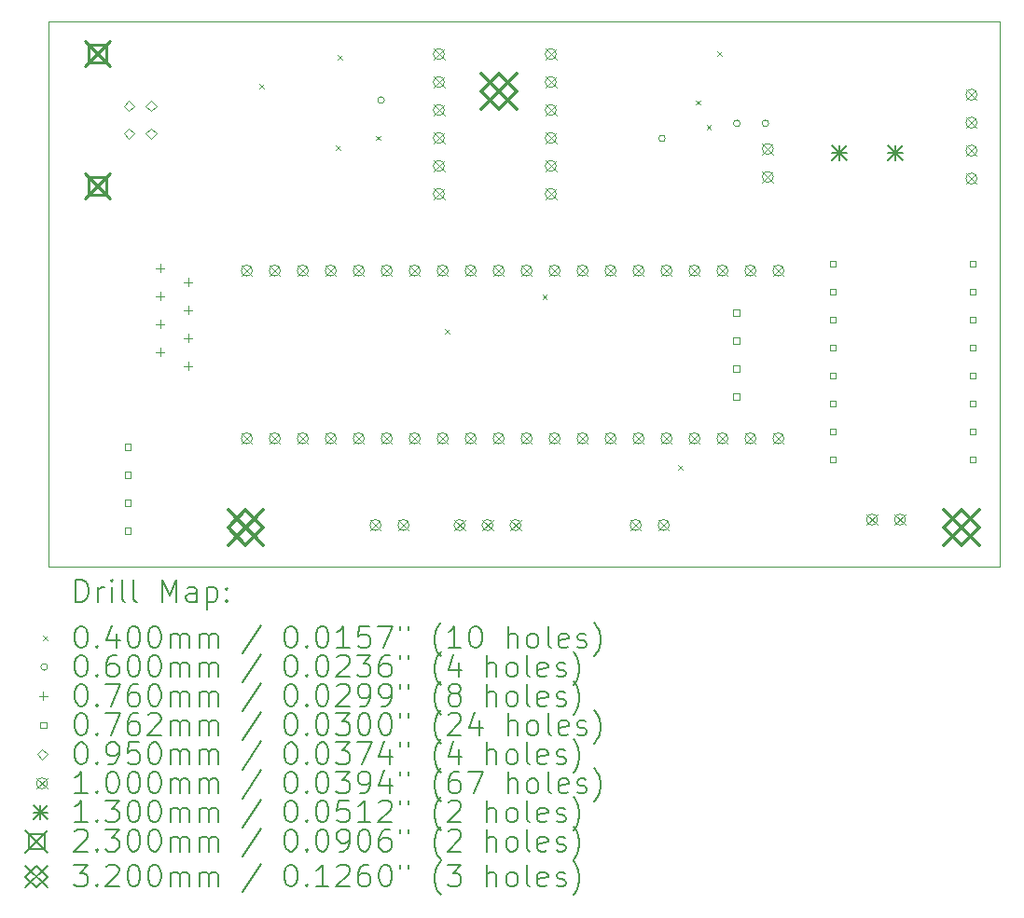
<source format=gbr>
%FSLAX45Y45*%
G04 Gerber Fmt 4.5, Leading zero omitted, Abs format (unit mm)*
G04 Created by KiCad (PCBNEW (6.0.6)) date 2022-07-11 11:59:16*
%MOMM*%
%LPD*%
G01*
G04 APERTURE LIST*
%TA.AperFunction,Profile*%
%ADD10C,0.100000*%
%TD*%
%ADD11C,0.200000*%
%ADD12C,0.040000*%
%ADD13C,0.060000*%
%ADD14C,0.076000*%
%ADD15C,0.076200*%
%ADD16C,0.095000*%
%ADD17C,0.100000*%
%ADD18C,0.130000*%
%ADD19C,0.230000*%
%ADD20C,0.320000*%
G04 APERTURE END LIST*
D10*
X9906000Y-6604000D02*
X18542000Y-6604000D01*
X18542000Y-6604000D02*
X18542000Y-11557000D01*
X18542000Y-11557000D02*
X9906000Y-11557000D01*
X9906000Y-11557000D02*
X9906000Y-6604000D01*
D11*
D12*
X11824020Y-7170740D02*
X11864020Y-7210740D01*
X11864020Y-7170740D02*
X11824020Y-7210740D01*
X12518430Y-7725290D02*
X12558430Y-7765290D01*
X12558430Y-7725290D02*
X12518430Y-7765290D01*
X12537760Y-6904040D02*
X12577760Y-6944040D01*
X12577760Y-6904040D02*
X12537760Y-6944040D01*
X12881620Y-7639520D02*
X12921620Y-7679520D01*
X12921620Y-7639520D02*
X12881620Y-7679520D01*
X13507960Y-9394170D02*
X13547960Y-9434170D01*
X13547960Y-9394170D02*
X13507960Y-9434170D01*
X14394490Y-9084380D02*
X14434490Y-9124380D01*
X14434490Y-9084380D02*
X14394490Y-9124380D01*
X15625610Y-10632320D02*
X15665610Y-10672320D01*
X15665610Y-10632320D02*
X15625610Y-10672320D01*
X15787820Y-7317570D02*
X15827820Y-7357570D01*
X15827820Y-7317570D02*
X15787820Y-7357570D01*
X15884760Y-7543790D02*
X15924760Y-7583790D01*
X15924760Y-7543790D02*
X15884760Y-7583790D01*
X15983870Y-6875210D02*
X16023870Y-6915210D01*
X16023870Y-6875210D02*
X15983870Y-6915210D01*
D13*
X12958600Y-7315200D02*
G75*
G03*
X12958600Y-7315200I-30000J0D01*
G01*
X15508760Y-7663180D02*
G75*
G03*
X15508760Y-7663180I-30000J0D01*
G01*
X16188850Y-7526540D02*
G75*
G03*
X16188850Y-7526540I-30000J0D01*
G01*
X16448560Y-7526020D02*
G75*
G03*
X16448560Y-7526020I-30000J0D01*
G01*
D14*
X10924000Y-8804750D02*
X10924000Y-8880750D01*
X10886000Y-8842750D02*
X10962000Y-8842750D01*
X10924000Y-9058750D02*
X10924000Y-9134750D01*
X10886000Y-9096750D02*
X10962000Y-9096750D01*
X10924000Y-9312750D02*
X10924000Y-9388750D01*
X10886000Y-9350750D02*
X10962000Y-9350750D01*
X10924000Y-9566750D02*
X10924000Y-9642750D01*
X10886000Y-9604750D02*
X10962000Y-9604750D01*
X11178000Y-8931750D02*
X11178000Y-9007750D01*
X11140000Y-8969750D02*
X11216000Y-8969750D01*
X11178000Y-9185750D02*
X11178000Y-9261750D01*
X11140000Y-9223750D02*
X11216000Y-9223750D01*
X11178000Y-9439750D02*
X11178000Y-9515750D01*
X11140000Y-9477750D02*
X11216000Y-9477750D01*
X11178000Y-9693750D02*
X11178000Y-9769750D01*
X11140000Y-9731750D02*
X11216000Y-9731750D01*
D15*
X10656841Y-10491741D02*
X10656841Y-10437859D01*
X10602959Y-10437859D01*
X10602959Y-10491741D01*
X10656841Y-10491741D01*
X10656841Y-10745741D02*
X10656841Y-10691859D01*
X10602959Y-10691859D01*
X10602959Y-10745741D01*
X10656841Y-10745741D01*
X10656841Y-10999741D02*
X10656841Y-10945859D01*
X10602959Y-10945859D01*
X10602959Y-10999741D01*
X10656841Y-10999741D01*
X10656841Y-11253741D02*
X10656841Y-11199859D01*
X10602959Y-11199859D01*
X10602959Y-11253741D01*
X10656841Y-11253741D01*
X16181341Y-9272541D02*
X16181341Y-9218659D01*
X16127459Y-9218659D01*
X16127459Y-9272541D01*
X16181341Y-9272541D01*
X16181341Y-9526541D02*
X16181341Y-9472659D01*
X16127459Y-9472659D01*
X16127459Y-9526541D01*
X16181341Y-9526541D01*
X16181341Y-9780541D02*
X16181341Y-9726659D01*
X16127459Y-9726659D01*
X16127459Y-9780541D01*
X16181341Y-9780541D01*
X16181341Y-10034541D02*
X16181341Y-9980659D01*
X16127459Y-9980659D01*
X16127459Y-10034541D01*
X16181341Y-10034541D01*
X17057641Y-8828041D02*
X17057641Y-8774159D01*
X17003759Y-8774159D01*
X17003759Y-8828041D01*
X17057641Y-8828041D01*
X17057641Y-9082041D02*
X17057641Y-9028159D01*
X17003759Y-9028159D01*
X17003759Y-9082041D01*
X17057641Y-9082041D01*
X17057641Y-9336041D02*
X17057641Y-9282159D01*
X17003759Y-9282159D01*
X17003759Y-9336041D01*
X17057641Y-9336041D01*
X17057641Y-9590041D02*
X17057641Y-9536159D01*
X17003759Y-9536159D01*
X17003759Y-9590041D01*
X17057641Y-9590041D01*
X17057641Y-9844041D02*
X17057641Y-9790159D01*
X17003759Y-9790159D01*
X17003759Y-9844041D01*
X17057641Y-9844041D01*
X17057641Y-10098041D02*
X17057641Y-10044159D01*
X17003759Y-10044159D01*
X17003759Y-10098041D01*
X17057641Y-10098041D01*
X17057641Y-10352041D02*
X17057641Y-10298159D01*
X17003759Y-10298159D01*
X17003759Y-10352041D01*
X17057641Y-10352041D01*
X17057641Y-10606041D02*
X17057641Y-10552159D01*
X17003759Y-10552159D01*
X17003759Y-10606041D01*
X17057641Y-10606041D01*
X18327641Y-8828041D02*
X18327641Y-8774159D01*
X18273759Y-8774159D01*
X18273759Y-8828041D01*
X18327641Y-8828041D01*
X18327641Y-9082041D02*
X18327641Y-9028159D01*
X18273759Y-9028159D01*
X18273759Y-9082041D01*
X18327641Y-9082041D01*
X18327641Y-9336041D02*
X18327641Y-9282159D01*
X18273759Y-9282159D01*
X18273759Y-9336041D01*
X18327641Y-9336041D01*
X18327641Y-9590041D02*
X18327641Y-9536159D01*
X18273759Y-9536159D01*
X18273759Y-9590041D01*
X18327641Y-9590041D01*
X18327641Y-9844041D02*
X18327641Y-9790159D01*
X18273759Y-9790159D01*
X18273759Y-9844041D01*
X18327641Y-9844041D01*
X18327641Y-10098041D02*
X18327641Y-10044159D01*
X18273759Y-10044159D01*
X18273759Y-10098041D01*
X18327641Y-10098041D01*
X18327641Y-10352041D02*
X18327641Y-10298159D01*
X18273759Y-10298159D01*
X18273759Y-10352041D01*
X18327641Y-10352041D01*
X18327641Y-10606041D02*
X18327641Y-10552159D01*
X18273759Y-10552159D01*
X18273759Y-10606041D01*
X18327641Y-10606041D01*
D16*
X10640750Y-7415500D02*
X10688250Y-7368000D01*
X10640750Y-7320500D01*
X10593250Y-7368000D01*
X10640750Y-7415500D01*
X10640750Y-7665500D02*
X10688250Y-7618000D01*
X10640750Y-7570500D01*
X10593250Y-7618000D01*
X10640750Y-7665500D01*
X10840750Y-7415500D02*
X10888250Y-7368000D01*
X10840750Y-7320500D01*
X10793250Y-7368000D01*
X10840750Y-7415500D01*
X10840750Y-7665500D02*
X10888250Y-7618000D01*
X10840750Y-7570500D01*
X10793250Y-7618000D01*
X10840750Y-7665500D01*
D17*
X11659400Y-8814600D02*
X11759400Y-8914600D01*
X11759400Y-8814600D02*
X11659400Y-8914600D01*
X11759400Y-8864600D02*
G75*
G03*
X11759400Y-8864600I-50000J0D01*
G01*
X11659400Y-10338600D02*
X11759400Y-10438600D01*
X11759400Y-10338600D02*
X11659400Y-10438600D01*
X11759400Y-10388600D02*
G75*
G03*
X11759400Y-10388600I-50000J0D01*
G01*
X11913400Y-8814600D02*
X12013400Y-8914600D01*
X12013400Y-8814600D02*
X11913400Y-8914600D01*
X12013400Y-8864600D02*
G75*
G03*
X12013400Y-8864600I-50000J0D01*
G01*
X11913400Y-10338600D02*
X12013400Y-10438600D01*
X12013400Y-10338600D02*
X11913400Y-10438600D01*
X12013400Y-10388600D02*
G75*
G03*
X12013400Y-10388600I-50000J0D01*
G01*
X12167400Y-8814600D02*
X12267400Y-8914600D01*
X12267400Y-8814600D02*
X12167400Y-8914600D01*
X12267400Y-8864600D02*
G75*
G03*
X12267400Y-8864600I-50000J0D01*
G01*
X12167400Y-10338600D02*
X12267400Y-10438600D01*
X12267400Y-10338600D02*
X12167400Y-10438600D01*
X12267400Y-10388600D02*
G75*
G03*
X12267400Y-10388600I-50000J0D01*
G01*
X12421400Y-8814600D02*
X12521400Y-8914600D01*
X12521400Y-8814600D02*
X12421400Y-8914600D01*
X12521400Y-8864600D02*
G75*
G03*
X12521400Y-8864600I-50000J0D01*
G01*
X12421400Y-10338600D02*
X12521400Y-10438600D01*
X12521400Y-10338600D02*
X12421400Y-10438600D01*
X12521400Y-10388600D02*
G75*
G03*
X12521400Y-10388600I-50000J0D01*
G01*
X12675400Y-8814600D02*
X12775400Y-8914600D01*
X12775400Y-8814600D02*
X12675400Y-8914600D01*
X12775400Y-8864600D02*
G75*
G03*
X12775400Y-8864600I-50000J0D01*
G01*
X12675400Y-10338600D02*
X12775400Y-10438600D01*
X12775400Y-10338600D02*
X12675400Y-10438600D01*
X12775400Y-10388600D02*
G75*
G03*
X12775400Y-10388600I-50000J0D01*
G01*
X12827800Y-11126000D02*
X12927800Y-11226000D01*
X12927800Y-11126000D02*
X12827800Y-11226000D01*
X12927800Y-11176000D02*
G75*
G03*
X12927800Y-11176000I-50000J0D01*
G01*
X12929400Y-8814600D02*
X13029400Y-8914600D01*
X13029400Y-8814600D02*
X12929400Y-8914600D01*
X13029400Y-8864600D02*
G75*
G03*
X13029400Y-8864600I-50000J0D01*
G01*
X12929400Y-10338600D02*
X13029400Y-10438600D01*
X13029400Y-10338600D02*
X12929400Y-10438600D01*
X13029400Y-10388600D02*
G75*
G03*
X13029400Y-10388600I-50000J0D01*
G01*
X13081800Y-11126000D02*
X13181800Y-11226000D01*
X13181800Y-11126000D02*
X13081800Y-11226000D01*
X13181800Y-11176000D02*
G75*
G03*
X13181800Y-11176000I-50000J0D01*
G01*
X13183400Y-8814600D02*
X13283400Y-8914600D01*
X13283400Y-8814600D02*
X13183400Y-8914600D01*
X13283400Y-8864600D02*
G75*
G03*
X13283400Y-8864600I-50000J0D01*
G01*
X13183400Y-10338600D02*
X13283400Y-10438600D01*
X13283400Y-10338600D02*
X13183400Y-10438600D01*
X13283400Y-10388600D02*
G75*
G03*
X13283400Y-10388600I-50000J0D01*
G01*
X13404380Y-6846100D02*
X13504380Y-6946100D01*
X13504380Y-6846100D02*
X13404380Y-6946100D01*
X13504380Y-6896100D02*
G75*
G03*
X13504380Y-6896100I-50000J0D01*
G01*
X13404380Y-7100100D02*
X13504380Y-7200100D01*
X13504380Y-7100100D02*
X13404380Y-7200100D01*
X13504380Y-7150100D02*
G75*
G03*
X13504380Y-7150100I-50000J0D01*
G01*
X13404380Y-7354100D02*
X13504380Y-7454100D01*
X13504380Y-7354100D02*
X13404380Y-7454100D01*
X13504380Y-7404100D02*
G75*
G03*
X13504380Y-7404100I-50000J0D01*
G01*
X13404380Y-7608100D02*
X13504380Y-7708100D01*
X13504380Y-7608100D02*
X13404380Y-7708100D01*
X13504380Y-7658100D02*
G75*
G03*
X13504380Y-7658100I-50000J0D01*
G01*
X13404380Y-7862100D02*
X13504380Y-7962100D01*
X13504380Y-7862100D02*
X13404380Y-7962100D01*
X13504380Y-7912100D02*
G75*
G03*
X13504380Y-7912100I-50000J0D01*
G01*
X13404380Y-8116100D02*
X13504380Y-8216100D01*
X13504380Y-8116100D02*
X13404380Y-8216100D01*
X13504380Y-8166100D02*
G75*
G03*
X13504380Y-8166100I-50000J0D01*
G01*
X13437400Y-8814600D02*
X13537400Y-8914600D01*
X13537400Y-8814600D02*
X13437400Y-8914600D01*
X13537400Y-8864600D02*
G75*
G03*
X13537400Y-8864600I-50000J0D01*
G01*
X13437400Y-10338600D02*
X13537400Y-10438600D01*
X13537400Y-10338600D02*
X13437400Y-10438600D01*
X13537400Y-10388600D02*
G75*
G03*
X13537400Y-10388600I-50000J0D01*
G01*
X13591300Y-11126000D02*
X13691300Y-11226000D01*
X13691300Y-11126000D02*
X13591300Y-11226000D01*
X13691300Y-11176000D02*
G75*
G03*
X13691300Y-11176000I-50000J0D01*
G01*
X13691400Y-8814600D02*
X13791400Y-8914600D01*
X13791400Y-8814600D02*
X13691400Y-8914600D01*
X13791400Y-8864600D02*
G75*
G03*
X13791400Y-8864600I-50000J0D01*
G01*
X13691400Y-10338600D02*
X13791400Y-10438600D01*
X13791400Y-10338600D02*
X13691400Y-10438600D01*
X13791400Y-10388600D02*
G75*
G03*
X13791400Y-10388600I-50000J0D01*
G01*
X13845300Y-11126000D02*
X13945300Y-11226000D01*
X13945300Y-11126000D02*
X13845300Y-11226000D01*
X13945300Y-11176000D02*
G75*
G03*
X13945300Y-11176000I-50000J0D01*
G01*
X13945400Y-8814600D02*
X14045400Y-8914600D01*
X14045400Y-8814600D02*
X13945400Y-8914600D01*
X14045400Y-8864600D02*
G75*
G03*
X14045400Y-8864600I-50000J0D01*
G01*
X13945400Y-10338600D02*
X14045400Y-10438600D01*
X14045400Y-10338600D02*
X13945400Y-10438600D01*
X14045400Y-10388600D02*
G75*
G03*
X14045400Y-10388600I-50000J0D01*
G01*
X14099300Y-11126000D02*
X14199300Y-11226000D01*
X14199300Y-11126000D02*
X14099300Y-11226000D01*
X14199300Y-11176000D02*
G75*
G03*
X14199300Y-11176000I-50000J0D01*
G01*
X14199400Y-8814600D02*
X14299400Y-8914600D01*
X14299400Y-8814600D02*
X14199400Y-8914600D01*
X14299400Y-8864600D02*
G75*
G03*
X14299400Y-8864600I-50000J0D01*
G01*
X14199400Y-10338600D02*
X14299400Y-10438600D01*
X14299400Y-10338600D02*
X14199400Y-10438600D01*
X14299400Y-10388600D02*
G75*
G03*
X14299400Y-10388600I-50000J0D01*
G01*
X14420380Y-6846100D02*
X14520380Y-6946100D01*
X14520380Y-6846100D02*
X14420380Y-6946100D01*
X14520380Y-6896100D02*
G75*
G03*
X14520380Y-6896100I-50000J0D01*
G01*
X14420380Y-7100100D02*
X14520380Y-7200100D01*
X14520380Y-7100100D02*
X14420380Y-7200100D01*
X14520380Y-7150100D02*
G75*
G03*
X14520380Y-7150100I-50000J0D01*
G01*
X14420380Y-7354100D02*
X14520380Y-7454100D01*
X14520380Y-7354100D02*
X14420380Y-7454100D01*
X14520380Y-7404100D02*
G75*
G03*
X14520380Y-7404100I-50000J0D01*
G01*
X14420380Y-7608100D02*
X14520380Y-7708100D01*
X14520380Y-7608100D02*
X14420380Y-7708100D01*
X14520380Y-7658100D02*
G75*
G03*
X14520380Y-7658100I-50000J0D01*
G01*
X14420380Y-7862100D02*
X14520380Y-7962100D01*
X14520380Y-7862100D02*
X14420380Y-7962100D01*
X14520380Y-7912100D02*
G75*
G03*
X14520380Y-7912100I-50000J0D01*
G01*
X14420380Y-8116100D02*
X14520380Y-8216100D01*
X14520380Y-8116100D02*
X14420380Y-8216100D01*
X14520380Y-8166100D02*
G75*
G03*
X14520380Y-8166100I-50000J0D01*
G01*
X14453400Y-8814600D02*
X14553400Y-8914600D01*
X14553400Y-8814600D02*
X14453400Y-8914600D01*
X14553400Y-8864600D02*
G75*
G03*
X14553400Y-8864600I-50000J0D01*
G01*
X14453400Y-10338600D02*
X14553400Y-10438600D01*
X14553400Y-10338600D02*
X14453400Y-10438600D01*
X14553400Y-10388600D02*
G75*
G03*
X14553400Y-10388600I-50000J0D01*
G01*
X14707400Y-8814600D02*
X14807400Y-8914600D01*
X14807400Y-8814600D02*
X14707400Y-8914600D01*
X14807400Y-8864600D02*
G75*
G03*
X14807400Y-8864600I-50000J0D01*
G01*
X14707400Y-10338600D02*
X14807400Y-10438600D01*
X14807400Y-10338600D02*
X14707400Y-10438600D01*
X14807400Y-10388600D02*
G75*
G03*
X14807400Y-10388600I-50000J0D01*
G01*
X14961400Y-8814600D02*
X15061400Y-8914600D01*
X15061400Y-8814600D02*
X14961400Y-8914600D01*
X15061400Y-8864600D02*
G75*
G03*
X15061400Y-8864600I-50000J0D01*
G01*
X14961400Y-10338600D02*
X15061400Y-10438600D01*
X15061400Y-10338600D02*
X14961400Y-10438600D01*
X15061400Y-10388600D02*
G75*
G03*
X15061400Y-10388600I-50000J0D01*
G01*
X15190000Y-11126000D02*
X15290000Y-11226000D01*
X15290000Y-11126000D02*
X15190000Y-11226000D01*
X15290000Y-11176000D02*
G75*
G03*
X15290000Y-11176000I-50000J0D01*
G01*
X15215400Y-8814600D02*
X15315400Y-8914600D01*
X15315400Y-8814600D02*
X15215400Y-8914600D01*
X15315400Y-8864600D02*
G75*
G03*
X15315400Y-8864600I-50000J0D01*
G01*
X15215400Y-10338600D02*
X15315400Y-10438600D01*
X15315400Y-10338600D02*
X15215400Y-10438600D01*
X15315400Y-10388600D02*
G75*
G03*
X15315400Y-10388600I-50000J0D01*
G01*
X15444000Y-11126000D02*
X15544000Y-11226000D01*
X15544000Y-11126000D02*
X15444000Y-11226000D01*
X15544000Y-11176000D02*
G75*
G03*
X15544000Y-11176000I-50000J0D01*
G01*
X15469400Y-8814600D02*
X15569400Y-8914600D01*
X15569400Y-8814600D02*
X15469400Y-8914600D01*
X15569400Y-8864600D02*
G75*
G03*
X15569400Y-8864600I-50000J0D01*
G01*
X15469400Y-10338600D02*
X15569400Y-10438600D01*
X15569400Y-10338600D02*
X15469400Y-10438600D01*
X15569400Y-10388600D02*
G75*
G03*
X15569400Y-10388600I-50000J0D01*
G01*
X15723400Y-8814600D02*
X15823400Y-8914600D01*
X15823400Y-8814600D02*
X15723400Y-8914600D01*
X15823400Y-8864600D02*
G75*
G03*
X15823400Y-8864600I-50000J0D01*
G01*
X15723400Y-10338600D02*
X15823400Y-10438600D01*
X15823400Y-10338600D02*
X15723400Y-10438600D01*
X15823400Y-10388600D02*
G75*
G03*
X15823400Y-10388600I-50000J0D01*
G01*
X15977400Y-8814600D02*
X16077400Y-8914600D01*
X16077400Y-8814600D02*
X15977400Y-8914600D01*
X16077400Y-8864600D02*
G75*
G03*
X16077400Y-8864600I-50000J0D01*
G01*
X15977400Y-10338600D02*
X16077400Y-10438600D01*
X16077400Y-10338600D02*
X15977400Y-10438600D01*
X16077400Y-10388600D02*
G75*
G03*
X16077400Y-10388600I-50000J0D01*
G01*
X16231400Y-8814600D02*
X16331400Y-8914600D01*
X16331400Y-8814600D02*
X16231400Y-8914600D01*
X16331400Y-8864600D02*
G75*
G03*
X16331400Y-8864600I-50000J0D01*
G01*
X16231400Y-10338600D02*
X16331400Y-10438600D01*
X16331400Y-10338600D02*
X16231400Y-10438600D01*
X16331400Y-10388600D02*
G75*
G03*
X16331400Y-10388600I-50000J0D01*
G01*
X16390500Y-7709200D02*
X16490500Y-7809200D01*
X16490500Y-7709200D02*
X16390500Y-7809200D01*
X16490500Y-7759200D02*
G75*
G03*
X16490500Y-7759200I-50000J0D01*
G01*
X16390500Y-7963200D02*
X16490500Y-8063200D01*
X16490500Y-7963200D02*
X16390500Y-8063200D01*
X16490500Y-8013200D02*
G75*
G03*
X16490500Y-8013200I-50000J0D01*
G01*
X16485400Y-8814600D02*
X16585400Y-8914600D01*
X16585400Y-8814600D02*
X16485400Y-8914600D01*
X16585400Y-8864600D02*
G75*
G03*
X16585400Y-8864600I-50000J0D01*
G01*
X16485400Y-10338600D02*
X16585400Y-10438600D01*
X16585400Y-10338600D02*
X16485400Y-10438600D01*
X16585400Y-10388600D02*
G75*
G03*
X16585400Y-10388600I-50000J0D01*
G01*
X17335800Y-11075200D02*
X17435800Y-11175200D01*
X17435800Y-11075200D02*
X17335800Y-11175200D01*
X17435800Y-11125200D02*
G75*
G03*
X17435800Y-11125200I-50000J0D01*
G01*
X17589800Y-11075200D02*
X17689800Y-11175200D01*
X17689800Y-11075200D02*
X17589800Y-11175200D01*
X17689800Y-11125200D02*
G75*
G03*
X17689800Y-11125200I-50000J0D01*
G01*
X18238000Y-7215400D02*
X18338000Y-7315400D01*
X18338000Y-7215400D02*
X18238000Y-7315400D01*
X18338000Y-7265400D02*
G75*
G03*
X18338000Y-7265400I-50000J0D01*
G01*
X18238000Y-7469400D02*
X18338000Y-7569400D01*
X18338000Y-7469400D02*
X18238000Y-7569400D01*
X18338000Y-7519400D02*
G75*
G03*
X18338000Y-7519400I-50000J0D01*
G01*
X18238000Y-7723400D02*
X18338000Y-7823400D01*
X18338000Y-7723400D02*
X18238000Y-7823400D01*
X18338000Y-7773400D02*
G75*
G03*
X18338000Y-7773400I-50000J0D01*
G01*
X18238000Y-7977400D02*
X18338000Y-8077400D01*
X18338000Y-7977400D02*
X18238000Y-8077400D01*
X18338000Y-8027400D02*
G75*
G03*
X18338000Y-8027400I-50000J0D01*
G01*
D18*
X17025200Y-7728000D02*
X17155200Y-7858000D01*
X17155200Y-7728000D02*
X17025200Y-7858000D01*
X17090200Y-7728000D02*
X17090200Y-7858000D01*
X17025200Y-7793000D02*
X17155200Y-7793000D01*
X17533200Y-7728000D02*
X17663200Y-7858000D01*
X17663200Y-7728000D02*
X17533200Y-7858000D01*
X17598200Y-7728000D02*
X17598200Y-7858000D01*
X17533200Y-7793000D02*
X17663200Y-7793000D01*
D19*
X10239750Y-6778000D02*
X10469750Y-7008000D01*
X10469750Y-6778000D02*
X10239750Y-7008000D01*
X10436068Y-6974318D02*
X10436068Y-6811682D01*
X10273432Y-6811682D01*
X10273432Y-6974318D01*
X10436068Y-6974318D01*
X10239750Y-7978000D02*
X10469750Y-8208000D01*
X10469750Y-7978000D02*
X10239750Y-8208000D01*
X10436068Y-8174318D02*
X10436068Y-8011682D01*
X10273432Y-8011682D01*
X10273432Y-8174318D01*
X10436068Y-8174318D01*
D20*
X11540000Y-11040000D02*
X11860000Y-11360000D01*
X11860000Y-11040000D02*
X11540000Y-11360000D01*
X11700000Y-11360000D02*
X11860000Y-11200000D01*
X11700000Y-11040000D01*
X11540000Y-11200000D01*
X11700000Y-11360000D01*
X13840000Y-7078100D02*
X14160000Y-7398100D01*
X14160000Y-7078100D02*
X13840000Y-7398100D01*
X14000000Y-7398100D02*
X14160000Y-7238100D01*
X14000000Y-7078100D01*
X13840000Y-7238100D01*
X14000000Y-7398100D01*
X18040000Y-11040000D02*
X18360000Y-11360000D01*
X18360000Y-11040000D02*
X18040000Y-11360000D01*
X18200000Y-11360000D02*
X18360000Y-11200000D01*
X18200000Y-11040000D01*
X18040000Y-11200000D01*
X18200000Y-11360000D01*
D11*
X10158619Y-11872476D02*
X10158619Y-11672476D01*
X10206238Y-11672476D01*
X10234810Y-11682000D01*
X10253857Y-11701048D01*
X10263381Y-11720095D01*
X10272905Y-11758190D01*
X10272905Y-11786762D01*
X10263381Y-11824857D01*
X10253857Y-11843905D01*
X10234810Y-11862952D01*
X10206238Y-11872476D01*
X10158619Y-11872476D01*
X10358619Y-11872476D02*
X10358619Y-11739143D01*
X10358619Y-11777238D02*
X10368143Y-11758190D01*
X10377667Y-11748667D01*
X10396714Y-11739143D01*
X10415762Y-11739143D01*
X10482429Y-11872476D02*
X10482429Y-11739143D01*
X10482429Y-11672476D02*
X10472905Y-11682000D01*
X10482429Y-11691524D01*
X10491952Y-11682000D01*
X10482429Y-11672476D01*
X10482429Y-11691524D01*
X10606238Y-11872476D02*
X10587190Y-11862952D01*
X10577667Y-11843905D01*
X10577667Y-11672476D01*
X10711000Y-11872476D02*
X10691952Y-11862952D01*
X10682429Y-11843905D01*
X10682429Y-11672476D01*
X10939571Y-11872476D02*
X10939571Y-11672476D01*
X11006238Y-11815333D01*
X11072905Y-11672476D01*
X11072905Y-11872476D01*
X11253857Y-11872476D02*
X11253857Y-11767714D01*
X11244333Y-11748667D01*
X11225286Y-11739143D01*
X11187190Y-11739143D01*
X11168143Y-11748667D01*
X11253857Y-11862952D02*
X11234809Y-11872476D01*
X11187190Y-11872476D01*
X11168143Y-11862952D01*
X11158619Y-11843905D01*
X11158619Y-11824857D01*
X11168143Y-11805809D01*
X11187190Y-11796286D01*
X11234809Y-11796286D01*
X11253857Y-11786762D01*
X11349095Y-11739143D02*
X11349095Y-11939143D01*
X11349095Y-11748667D02*
X11368143Y-11739143D01*
X11406238Y-11739143D01*
X11425286Y-11748667D01*
X11434809Y-11758190D01*
X11444333Y-11777238D01*
X11444333Y-11834381D01*
X11434809Y-11853428D01*
X11425286Y-11862952D01*
X11406238Y-11872476D01*
X11368143Y-11872476D01*
X11349095Y-11862952D01*
X11530048Y-11853428D02*
X11539571Y-11862952D01*
X11530048Y-11872476D01*
X11520524Y-11862952D01*
X11530048Y-11853428D01*
X11530048Y-11872476D01*
X11530048Y-11748667D02*
X11539571Y-11758190D01*
X11530048Y-11767714D01*
X11520524Y-11758190D01*
X11530048Y-11748667D01*
X11530048Y-11767714D01*
D12*
X9861000Y-12182000D02*
X9901000Y-12222000D01*
X9901000Y-12182000D02*
X9861000Y-12222000D01*
D11*
X10196714Y-12092476D02*
X10215762Y-12092476D01*
X10234810Y-12102000D01*
X10244333Y-12111524D01*
X10253857Y-12130571D01*
X10263381Y-12168667D01*
X10263381Y-12216286D01*
X10253857Y-12254381D01*
X10244333Y-12273428D01*
X10234810Y-12282952D01*
X10215762Y-12292476D01*
X10196714Y-12292476D01*
X10177667Y-12282952D01*
X10168143Y-12273428D01*
X10158619Y-12254381D01*
X10149095Y-12216286D01*
X10149095Y-12168667D01*
X10158619Y-12130571D01*
X10168143Y-12111524D01*
X10177667Y-12102000D01*
X10196714Y-12092476D01*
X10349095Y-12273428D02*
X10358619Y-12282952D01*
X10349095Y-12292476D01*
X10339571Y-12282952D01*
X10349095Y-12273428D01*
X10349095Y-12292476D01*
X10530048Y-12159143D02*
X10530048Y-12292476D01*
X10482429Y-12082952D02*
X10434810Y-12225809D01*
X10558619Y-12225809D01*
X10672905Y-12092476D02*
X10691952Y-12092476D01*
X10711000Y-12102000D01*
X10720524Y-12111524D01*
X10730048Y-12130571D01*
X10739571Y-12168667D01*
X10739571Y-12216286D01*
X10730048Y-12254381D01*
X10720524Y-12273428D01*
X10711000Y-12282952D01*
X10691952Y-12292476D01*
X10672905Y-12292476D01*
X10653857Y-12282952D01*
X10644333Y-12273428D01*
X10634810Y-12254381D01*
X10625286Y-12216286D01*
X10625286Y-12168667D01*
X10634810Y-12130571D01*
X10644333Y-12111524D01*
X10653857Y-12102000D01*
X10672905Y-12092476D01*
X10863381Y-12092476D02*
X10882429Y-12092476D01*
X10901476Y-12102000D01*
X10911000Y-12111524D01*
X10920524Y-12130571D01*
X10930048Y-12168667D01*
X10930048Y-12216286D01*
X10920524Y-12254381D01*
X10911000Y-12273428D01*
X10901476Y-12282952D01*
X10882429Y-12292476D01*
X10863381Y-12292476D01*
X10844333Y-12282952D01*
X10834810Y-12273428D01*
X10825286Y-12254381D01*
X10815762Y-12216286D01*
X10815762Y-12168667D01*
X10825286Y-12130571D01*
X10834810Y-12111524D01*
X10844333Y-12102000D01*
X10863381Y-12092476D01*
X11015762Y-12292476D02*
X11015762Y-12159143D01*
X11015762Y-12178190D02*
X11025286Y-12168667D01*
X11044333Y-12159143D01*
X11072905Y-12159143D01*
X11091952Y-12168667D01*
X11101476Y-12187714D01*
X11101476Y-12292476D01*
X11101476Y-12187714D02*
X11111000Y-12168667D01*
X11130048Y-12159143D01*
X11158619Y-12159143D01*
X11177667Y-12168667D01*
X11187190Y-12187714D01*
X11187190Y-12292476D01*
X11282428Y-12292476D02*
X11282428Y-12159143D01*
X11282428Y-12178190D02*
X11291952Y-12168667D01*
X11311000Y-12159143D01*
X11339571Y-12159143D01*
X11358619Y-12168667D01*
X11368143Y-12187714D01*
X11368143Y-12292476D01*
X11368143Y-12187714D02*
X11377667Y-12168667D01*
X11396714Y-12159143D01*
X11425286Y-12159143D01*
X11444333Y-12168667D01*
X11453857Y-12187714D01*
X11453857Y-12292476D01*
X11844333Y-12082952D02*
X11672905Y-12340095D01*
X12101476Y-12092476D02*
X12120524Y-12092476D01*
X12139571Y-12102000D01*
X12149095Y-12111524D01*
X12158619Y-12130571D01*
X12168143Y-12168667D01*
X12168143Y-12216286D01*
X12158619Y-12254381D01*
X12149095Y-12273428D01*
X12139571Y-12282952D01*
X12120524Y-12292476D01*
X12101476Y-12292476D01*
X12082428Y-12282952D01*
X12072905Y-12273428D01*
X12063381Y-12254381D01*
X12053857Y-12216286D01*
X12053857Y-12168667D01*
X12063381Y-12130571D01*
X12072905Y-12111524D01*
X12082428Y-12102000D01*
X12101476Y-12092476D01*
X12253857Y-12273428D02*
X12263381Y-12282952D01*
X12253857Y-12292476D01*
X12244333Y-12282952D01*
X12253857Y-12273428D01*
X12253857Y-12292476D01*
X12387190Y-12092476D02*
X12406238Y-12092476D01*
X12425286Y-12102000D01*
X12434809Y-12111524D01*
X12444333Y-12130571D01*
X12453857Y-12168667D01*
X12453857Y-12216286D01*
X12444333Y-12254381D01*
X12434809Y-12273428D01*
X12425286Y-12282952D01*
X12406238Y-12292476D01*
X12387190Y-12292476D01*
X12368143Y-12282952D01*
X12358619Y-12273428D01*
X12349095Y-12254381D01*
X12339571Y-12216286D01*
X12339571Y-12168667D01*
X12349095Y-12130571D01*
X12358619Y-12111524D01*
X12368143Y-12102000D01*
X12387190Y-12092476D01*
X12644333Y-12292476D02*
X12530048Y-12292476D01*
X12587190Y-12292476D02*
X12587190Y-12092476D01*
X12568143Y-12121048D01*
X12549095Y-12140095D01*
X12530048Y-12149619D01*
X12825286Y-12092476D02*
X12730048Y-12092476D01*
X12720524Y-12187714D01*
X12730048Y-12178190D01*
X12749095Y-12168667D01*
X12796714Y-12168667D01*
X12815762Y-12178190D01*
X12825286Y-12187714D01*
X12834809Y-12206762D01*
X12834809Y-12254381D01*
X12825286Y-12273428D01*
X12815762Y-12282952D01*
X12796714Y-12292476D01*
X12749095Y-12292476D01*
X12730048Y-12282952D01*
X12720524Y-12273428D01*
X12901476Y-12092476D02*
X13034809Y-12092476D01*
X12949095Y-12292476D01*
X13101476Y-12092476D02*
X13101476Y-12130571D01*
X13177667Y-12092476D02*
X13177667Y-12130571D01*
X13472905Y-12368667D02*
X13463381Y-12359143D01*
X13444333Y-12330571D01*
X13434809Y-12311524D01*
X13425286Y-12282952D01*
X13415762Y-12235333D01*
X13415762Y-12197238D01*
X13425286Y-12149619D01*
X13434809Y-12121048D01*
X13444333Y-12102000D01*
X13463381Y-12073428D01*
X13472905Y-12063905D01*
X13653857Y-12292476D02*
X13539571Y-12292476D01*
X13596714Y-12292476D02*
X13596714Y-12092476D01*
X13577667Y-12121048D01*
X13558619Y-12140095D01*
X13539571Y-12149619D01*
X13777667Y-12092476D02*
X13796714Y-12092476D01*
X13815762Y-12102000D01*
X13825286Y-12111524D01*
X13834809Y-12130571D01*
X13844333Y-12168667D01*
X13844333Y-12216286D01*
X13834809Y-12254381D01*
X13825286Y-12273428D01*
X13815762Y-12282952D01*
X13796714Y-12292476D01*
X13777667Y-12292476D01*
X13758619Y-12282952D01*
X13749095Y-12273428D01*
X13739571Y-12254381D01*
X13730048Y-12216286D01*
X13730048Y-12168667D01*
X13739571Y-12130571D01*
X13749095Y-12111524D01*
X13758619Y-12102000D01*
X13777667Y-12092476D01*
X14082428Y-12292476D02*
X14082428Y-12092476D01*
X14168143Y-12292476D02*
X14168143Y-12187714D01*
X14158619Y-12168667D01*
X14139571Y-12159143D01*
X14111000Y-12159143D01*
X14091952Y-12168667D01*
X14082428Y-12178190D01*
X14291952Y-12292476D02*
X14272905Y-12282952D01*
X14263381Y-12273428D01*
X14253857Y-12254381D01*
X14253857Y-12197238D01*
X14263381Y-12178190D01*
X14272905Y-12168667D01*
X14291952Y-12159143D01*
X14320524Y-12159143D01*
X14339571Y-12168667D01*
X14349095Y-12178190D01*
X14358619Y-12197238D01*
X14358619Y-12254381D01*
X14349095Y-12273428D01*
X14339571Y-12282952D01*
X14320524Y-12292476D01*
X14291952Y-12292476D01*
X14472905Y-12292476D02*
X14453857Y-12282952D01*
X14444333Y-12263905D01*
X14444333Y-12092476D01*
X14625286Y-12282952D02*
X14606238Y-12292476D01*
X14568143Y-12292476D01*
X14549095Y-12282952D01*
X14539571Y-12263905D01*
X14539571Y-12187714D01*
X14549095Y-12168667D01*
X14568143Y-12159143D01*
X14606238Y-12159143D01*
X14625286Y-12168667D01*
X14634809Y-12187714D01*
X14634809Y-12206762D01*
X14539571Y-12225809D01*
X14711000Y-12282952D02*
X14730048Y-12292476D01*
X14768143Y-12292476D01*
X14787190Y-12282952D01*
X14796714Y-12263905D01*
X14796714Y-12254381D01*
X14787190Y-12235333D01*
X14768143Y-12225809D01*
X14739571Y-12225809D01*
X14720524Y-12216286D01*
X14711000Y-12197238D01*
X14711000Y-12187714D01*
X14720524Y-12168667D01*
X14739571Y-12159143D01*
X14768143Y-12159143D01*
X14787190Y-12168667D01*
X14863381Y-12368667D02*
X14872905Y-12359143D01*
X14891952Y-12330571D01*
X14901476Y-12311524D01*
X14911000Y-12282952D01*
X14920524Y-12235333D01*
X14920524Y-12197238D01*
X14911000Y-12149619D01*
X14901476Y-12121048D01*
X14891952Y-12102000D01*
X14872905Y-12073428D01*
X14863381Y-12063905D01*
D13*
X9901000Y-12466000D02*
G75*
G03*
X9901000Y-12466000I-30000J0D01*
G01*
D11*
X10196714Y-12356476D02*
X10215762Y-12356476D01*
X10234810Y-12366000D01*
X10244333Y-12375524D01*
X10253857Y-12394571D01*
X10263381Y-12432667D01*
X10263381Y-12480286D01*
X10253857Y-12518381D01*
X10244333Y-12537428D01*
X10234810Y-12546952D01*
X10215762Y-12556476D01*
X10196714Y-12556476D01*
X10177667Y-12546952D01*
X10168143Y-12537428D01*
X10158619Y-12518381D01*
X10149095Y-12480286D01*
X10149095Y-12432667D01*
X10158619Y-12394571D01*
X10168143Y-12375524D01*
X10177667Y-12366000D01*
X10196714Y-12356476D01*
X10349095Y-12537428D02*
X10358619Y-12546952D01*
X10349095Y-12556476D01*
X10339571Y-12546952D01*
X10349095Y-12537428D01*
X10349095Y-12556476D01*
X10530048Y-12356476D02*
X10491952Y-12356476D01*
X10472905Y-12366000D01*
X10463381Y-12375524D01*
X10444333Y-12404095D01*
X10434810Y-12442190D01*
X10434810Y-12518381D01*
X10444333Y-12537428D01*
X10453857Y-12546952D01*
X10472905Y-12556476D01*
X10511000Y-12556476D01*
X10530048Y-12546952D01*
X10539571Y-12537428D01*
X10549095Y-12518381D01*
X10549095Y-12470762D01*
X10539571Y-12451714D01*
X10530048Y-12442190D01*
X10511000Y-12432667D01*
X10472905Y-12432667D01*
X10453857Y-12442190D01*
X10444333Y-12451714D01*
X10434810Y-12470762D01*
X10672905Y-12356476D02*
X10691952Y-12356476D01*
X10711000Y-12366000D01*
X10720524Y-12375524D01*
X10730048Y-12394571D01*
X10739571Y-12432667D01*
X10739571Y-12480286D01*
X10730048Y-12518381D01*
X10720524Y-12537428D01*
X10711000Y-12546952D01*
X10691952Y-12556476D01*
X10672905Y-12556476D01*
X10653857Y-12546952D01*
X10644333Y-12537428D01*
X10634810Y-12518381D01*
X10625286Y-12480286D01*
X10625286Y-12432667D01*
X10634810Y-12394571D01*
X10644333Y-12375524D01*
X10653857Y-12366000D01*
X10672905Y-12356476D01*
X10863381Y-12356476D02*
X10882429Y-12356476D01*
X10901476Y-12366000D01*
X10911000Y-12375524D01*
X10920524Y-12394571D01*
X10930048Y-12432667D01*
X10930048Y-12480286D01*
X10920524Y-12518381D01*
X10911000Y-12537428D01*
X10901476Y-12546952D01*
X10882429Y-12556476D01*
X10863381Y-12556476D01*
X10844333Y-12546952D01*
X10834810Y-12537428D01*
X10825286Y-12518381D01*
X10815762Y-12480286D01*
X10815762Y-12432667D01*
X10825286Y-12394571D01*
X10834810Y-12375524D01*
X10844333Y-12366000D01*
X10863381Y-12356476D01*
X11015762Y-12556476D02*
X11015762Y-12423143D01*
X11015762Y-12442190D02*
X11025286Y-12432667D01*
X11044333Y-12423143D01*
X11072905Y-12423143D01*
X11091952Y-12432667D01*
X11101476Y-12451714D01*
X11101476Y-12556476D01*
X11101476Y-12451714D02*
X11111000Y-12432667D01*
X11130048Y-12423143D01*
X11158619Y-12423143D01*
X11177667Y-12432667D01*
X11187190Y-12451714D01*
X11187190Y-12556476D01*
X11282428Y-12556476D02*
X11282428Y-12423143D01*
X11282428Y-12442190D02*
X11291952Y-12432667D01*
X11311000Y-12423143D01*
X11339571Y-12423143D01*
X11358619Y-12432667D01*
X11368143Y-12451714D01*
X11368143Y-12556476D01*
X11368143Y-12451714D02*
X11377667Y-12432667D01*
X11396714Y-12423143D01*
X11425286Y-12423143D01*
X11444333Y-12432667D01*
X11453857Y-12451714D01*
X11453857Y-12556476D01*
X11844333Y-12346952D02*
X11672905Y-12604095D01*
X12101476Y-12356476D02*
X12120524Y-12356476D01*
X12139571Y-12366000D01*
X12149095Y-12375524D01*
X12158619Y-12394571D01*
X12168143Y-12432667D01*
X12168143Y-12480286D01*
X12158619Y-12518381D01*
X12149095Y-12537428D01*
X12139571Y-12546952D01*
X12120524Y-12556476D01*
X12101476Y-12556476D01*
X12082428Y-12546952D01*
X12072905Y-12537428D01*
X12063381Y-12518381D01*
X12053857Y-12480286D01*
X12053857Y-12432667D01*
X12063381Y-12394571D01*
X12072905Y-12375524D01*
X12082428Y-12366000D01*
X12101476Y-12356476D01*
X12253857Y-12537428D02*
X12263381Y-12546952D01*
X12253857Y-12556476D01*
X12244333Y-12546952D01*
X12253857Y-12537428D01*
X12253857Y-12556476D01*
X12387190Y-12356476D02*
X12406238Y-12356476D01*
X12425286Y-12366000D01*
X12434809Y-12375524D01*
X12444333Y-12394571D01*
X12453857Y-12432667D01*
X12453857Y-12480286D01*
X12444333Y-12518381D01*
X12434809Y-12537428D01*
X12425286Y-12546952D01*
X12406238Y-12556476D01*
X12387190Y-12556476D01*
X12368143Y-12546952D01*
X12358619Y-12537428D01*
X12349095Y-12518381D01*
X12339571Y-12480286D01*
X12339571Y-12432667D01*
X12349095Y-12394571D01*
X12358619Y-12375524D01*
X12368143Y-12366000D01*
X12387190Y-12356476D01*
X12530048Y-12375524D02*
X12539571Y-12366000D01*
X12558619Y-12356476D01*
X12606238Y-12356476D01*
X12625286Y-12366000D01*
X12634809Y-12375524D01*
X12644333Y-12394571D01*
X12644333Y-12413619D01*
X12634809Y-12442190D01*
X12520524Y-12556476D01*
X12644333Y-12556476D01*
X12711000Y-12356476D02*
X12834809Y-12356476D01*
X12768143Y-12432667D01*
X12796714Y-12432667D01*
X12815762Y-12442190D01*
X12825286Y-12451714D01*
X12834809Y-12470762D01*
X12834809Y-12518381D01*
X12825286Y-12537428D01*
X12815762Y-12546952D01*
X12796714Y-12556476D01*
X12739571Y-12556476D01*
X12720524Y-12546952D01*
X12711000Y-12537428D01*
X13006238Y-12356476D02*
X12968143Y-12356476D01*
X12949095Y-12366000D01*
X12939571Y-12375524D01*
X12920524Y-12404095D01*
X12911000Y-12442190D01*
X12911000Y-12518381D01*
X12920524Y-12537428D01*
X12930048Y-12546952D01*
X12949095Y-12556476D01*
X12987190Y-12556476D01*
X13006238Y-12546952D01*
X13015762Y-12537428D01*
X13025286Y-12518381D01*
X13025286Y-12470762D01*
X13015762Y-12451714D01*
X13006238Y-12442190D01*
X12987190Y-12432667D01*
X12949095Y-12432667D01*
X12930048Y-12442190D01*
X12920524Y-12451714D01*
X12911000Y-12470762D01*
X13101476Y-12356476D02*
X13101476Y-12394571D01*
X13177667Y-12356476D02*
X13177667Y-12394571D01*
X13472905Y-12632667D02*
X13463381Y-12623143D01*
X13444333Y-12594571D01*
X13434809Y-12575524D01*
X13425286Y-12546952D01*
X13415762Y-12499333D01*
X13415762Y-12461238D01*
X13425286Y-12413619D01*
X13434809Y-12385048D01*
X13444333Y-12366000D01*
X13463381Y-12337428D01*
X13472905Y-12327905D01*
X13634809Y-12423143D02*
X13634809Y-12556476D01*
X13587190Y-12346952D02*
X13539571Y-12489809D01*
X13663381Y-12489809D01*
X13891952Y-12556476D02*
X13891952Y-12356476D01*
X13977667Y-12556476D02*
X13977667Y-12451714D01*
X13968143Y-12432667D01*
X13949095Y-12423143D01*
X13920524Y-12423143D01*
X13901476Y-12432667D01*
X13891952Y-12442190D01*
X14101476Y-12556476D02*
X14082428Y-12546952D01*
X14072905Y-12537428D01*
X14063381Y-12518381D01*
X14063381Y-12461238D01*
X14072905Y-12442190D01*
X14082428Y-12432667D01*
X14101476Y-12423143D01*
X14130048Y-12423143D01*
X14149095Y-12432667D01*
X14158619Y-12442190D01*
X14168143Y-12461238D01*
X14168143Y-12518381D01*
X14158619Y-12537428D01*
X14149095Y-12546952D01*
X14130048Y-12556476D01*
X14101476Y-12556476D01*
X14282428Y-12556476D02*
X14263381Y-12546952D01*
X14253857Y-12527905D01*
X14253857Y-12356476D01*
X14434809Y-12546952D02*
X14415762Y-12556476D01*
X14377667Y-12556476D01*
X14358619Y-12546952D01*
X14349095Y-12527905D01*
X14349095Y-12451714D01*
X14358619Y-12432667D01*
X14377667Y-12423143D01*
X14415762Y-12423143D01*
X14434809Y-12432667D01*
X14444333Y-12451714D01*
X14444333Y-12470762D01*
X14349095Y-12489809D01*
X14520524Y-12546952D02*
X14539571Y-12556476D01*
X14577667Y-12556476D01*
X14596714Y-12546952D01*
X14606238Y-12527905D01*
X14606238Y-12518381D01*
X14596714Y-12499333D01*
X14577667Y-12489809D01*
X14549095Y-12489809D01*
X14530048Y-12480286D01*
X14520524Y-12461238D01*
X14520524Y-12451714D01*
X14530048Y-12432667D01*
X14549095Y-12423143D01*
X14577667Y-12423143D01*
X14596714Y-12432667D01*
X14672905Y-12632667D02*
X14682428Y-12623143D01*
X14701476Y-12594571D01*
X14711000Y-12575524D01*
X14720524Y-12546952D01*
X14730048Y-12499333D01*
X14730048Y-12461238D01*
X14720524Y-12413619D01*
X14711000Y-12385048D01*
X14701476Y-12366000D01*
X14682428Y-12337428D01*
X14672905Y-12327905D01*
D14*
X9863000Y-12692000D02*
X9863000Y-12768000D01*
X9825000Y-12730000D02*
X9901000Y-12730000D01*
D11*
X10196714Y-12620476D02*
X10215762Y-12620476D01*
X10234810Y-12630000D01*
X10244333Y-12639524D01*
X10253857Y-12658571D01*
X10263381Y-12696667D01*
X10263381Y-12744286D01*
X10253857Y-12782381D01*
X10244333Y-12801428D01*
X10234810Y-12810952D01*
X10215762Y-12820476D01*
X10196714Y-12820476D01*
X10177667Y-12810952D01*
X10168143Y-12801428D01*
X10158619Y-12782381D01*
X10149095Y-12744286D01*
X10149095Y-12696667D01*
X10158619Y-12658571D01*
X10168143Y-12639524D01*
X10177667Y-12630000D01*
X10196714Y-12620476D01*
X10349095Y-12801428D02*
X10358619Y-12810952D01*
X10349095Y-12820476D01*
X10339571Y-12810952D01*
X10349095Y-12801428D01*
X10349095Y-12820476D01*
X10425286Y-12620476D02*
X10558619Y-12620476D01*
X10472905Y-12820476D01*
X10720524Y-12620476D02*
X10682429Y-12620476D01*
X10663381Y-12630000D01*
X10653857Y-12639524D01*
X10634810Y-12668095D01*
X10625286Y-12706190D01*
X10625286Y-12782381D01*
X10634810Y-12801428D01*
X10644333Y-12810952D01*
X10663381Y-12820476D01*
X10701476Y-12820476D01*
X10720524Y-12810952D01*
X10730048Y-12801428D01*
X10739571Y-12782381D01*
X10739571Y-12734762D01*
X10730048Y-12715714D01*
X10720524Y-12706190D01*
X10701476Y-12696667D01*
X10663381Y-12696667D01*
X10644333Y-12706190D01*
X10634810Y-12715714D01*
X10625286Y-12734762D01*
X10863381Y-12620476D02*
X10882429Y-12620476D01*
X10901476Y-12630000D01*
X10911000Y-12639524D01*
X10920524Y-12658571D01*
X10930048Y-12696667D01*
X10930048Y-12744286D01*
X10920524Y-12782381D01*
X10911000Y-12801428D01*
X10901476Y-12810952D01*
X10882429Y-12820476D01*
X10863381Y-12820476D01*
X10844333Y-12810952D01*
X10834810Y-12801428D01*
X10825286Y-12782381D01*
X10815762Y-12744286D01*
X10815762Y-12696667D01*
X10825286Y-12658571D01*
X10834810Y-12639524D01*
X10844333Y-12630000D01*
X10863381Y-12620476D01*
X11015762Y-12820476D02*
X11015762Y-12687143D01*
X11015762Y-12706190D02*
X11025286Y-12696667D01*
X11044333Y-12687143D01*
X11072905Y-12687143D01*
X11091952Y-12696667D01*
X11101476Y-12715714D01*
X11101476Y-12820476D01*
X11101476Y-12715714D02*
X11111000Y-12696667D01*
X11130048Y-12687143D01*
X11158619Y-12687143D01*
X11177667Y-12696667D01*
X11187190Y-12715714D01*
X11187190Y-12820476D01*
X11282428Y-12820476D02*
X11282428Y-12687143D01*
X11282428Y-12706190D02*
X11291952Y-12696667D01*
X11311000Y-12687143D01*
X11339571Y-12687143D01*
X11358619Y-12696667D01*
X11368143Y-12715714D01*
X11368143Y-12820476D01*
X11368143Y-12715714D02*
X11377667Y-12696667D01*
X11396714Y-12687143D01*
X11425286Y-12687143D01*
X11444333Y-12696667D01*
X11453857Y-12715714D01*
X11453857Y-12820476D01*
X11844333Y-12610952D02*
X11672905Y-12868095D01*
X12101476Y-12620476D02*
X12120524Y-12620476D01*
X12139571Y-12630000D01*
X12149095Y-12639524D01*
X12158619Y-12658571D01*
X12168143Y-12696667D01*
X12168143Y-12744286D01*
X12158619Y-12782381D01*
X12149095Y-12801428D01*
X12139571Y-12810952D01*
X12120524Y-12820476D01*
X12101476Y-12820476D01*
X12082428Y-12810952D01*
X12072905Y-12801428D01*
X12063381Y-12782381D01*
X12053857Y-12744286D01*
X12053857Y-12696667D01*
X12063381Y-12658571D01*
X12072905Y-12639524D01*
X12082428Y-12630000D01*
X12101476Y-12620476D01*
X12253857Y-12801428D02*
X12263381Y-12810952D01*
X12253857Y-12820476D01*
X12244333Y-12810952D01*
X12253857Y-12801428D01*
X12253857Y-12820476D01*
X12387190Y-12620476D02*
X12406238Y-12620476D01*
X12425286Y-12630000D01*
X12434809Y-12639524D01*
X12444333Y-12658571D01*
X12453857Y-12696667D01*
X12453857Y-12744286D01*
X12444333Y-12782381D01*
X12434809Y-12801428D01*
X12425286Y-12810952D01*
X12406238Y-12820476D01*
X12387190Y-12820476D01*
X12368143Y-12810952D01*
X12358619Y-12801428D01*
X12349095Y-12782381D01*
X12339571Y-12744286D01*
X12339571Y-12696667D01*
X12349095Y-12658571D01*
X12358619Y-12639524D01*
X12368143Y-12630000D01*
X12387190Y-12620476D01*
X12530048Y-12639524D02*
X12539571Y-12630000D01*
X12558619Y-12620476D01*
X12606238Y-12620476D01*
X12625286Y-12630000D01*
X12634809Y-12639524D01*
X12644333Y-12658571D01*
X12644333Y-12677619D01*
X12634809Y-12706190D01*
X12520524Y-12820476D01*
X12644333Y-12820476D01*
X12739571Y-12820476D02*
X12777667Y-12820476D01*
X12796714Y-12810952D01*
X12806238Y-12801428D01*
X12825286Y-12772857D01*
X12834809Y-12734762D01*
X12834809Y-12658571D01*
X12825286Y-12639524D01*
X12815762Y-12630000D01*
X12796714Y-12620476D01*
X12758619Y-12620476D01*
X12739571Y-12630000D01*
X12730048Y-12639524D01*
X12720524Y-12658571D01*
X12720524Y-12706190D01*
X12730048Y-12725238D01*
X12739571Y-12734762D01*
X12758619Y-12744286D01*
X12796714Y-12744286D01*
X12815762Y-12734762D01*
X12825286Y-12725238D01*
X12834809Y-12706190D01*
X12930048Y-12820476D02*
X12968143Y-12820476D01*
X12987190Y-12810952D01*
X12996714Y-12801428D01*
X13015762Y-12772857D01*
X13025286Y-12734762D01*
X13025286Y-12658571D01*
X13015762Y-12639524D01*
X13006238Y-12630000D01*
X12987190Y-12620476D01*
X12949095Y-12620476D01*
X12930048Y-12630000D01*
X12920524Y-12639524D01*
X12911000Y-12658571D01*
X12911000Y-12706190D01*
X12920524Y-12725238D01*
X12930048Y-12734762D01*
X12949095Y-12744286D01*
X12987190Y-12744286D01*
X13006238Y-12734762D01*
X13015762Y-12725238D01*
X13025286Y-12706190D01*
X13101476Y-12620476D02*
X13101476Y-12658571D01*
X13177667Y-12620476D02*
X13177667Y-12658571D01*
X13472905Y-12896667D02*
X13463381Y-12887143D01*
X13444333Y-12858571D01*
X13434809Y-12839524D01*
X13425286Y-12810952D01*
X13415762Y-12763333D01*
X13415762Y-12725238D01*
X13425286Y-12677619D01*
X13434809Y-12649048D01*
X13444333Y-12630000D01*
X13463381Y-12601428D01*
X13472905Y-12591905D01*
X13577667Y-12706190D02*
X13558619Y-12696667D01*
X13549095Y-12687143D01*
X13539571Y-12668095D01*
X13539571Y-12658571D01*
X13549095Y-12639524D01*
X13558619Y-12630000D01*
X13577667Y-12620476D01*
X13615762Y-12620476D01*
X13634809Y-12630000D01*
X13644333Y-12639524D01*
X13653857Y-12658571D01*
X13653857Y-12668095D01*
X13644333Y-12687143D01*
X13634809Y-12696667D01*
X13615762Y-12706190D01*
X13577667Y-12706190D01*
X13558619Y-12715714D01*
X13549095Y-12725238D01*
X13539571Y-12744286D01*
X13539571Y-12782381D01*
X13549095Y-12801428D01*
X13558619Y-12810952D01*
X13577667Y-12820476D01*
X13615762Y-12820476D01*
X13634809Y-12810952D01*
X13644333Y-12801428D01*
X13653857Y-12782381D01*
X13653857Y-12744286D01*
X13644333Y-12725238D01*
X13634809Y-12715714D01*
X13615762Y-12706190D01*
X13891952Y-12820476D02*
X13891952Y-12620476D01*
X13977667Y-12820476D02*
X13977667Y-12715714D01*
X13968143Y-12696667D01*
X13949095Y-12687143D01*
X13920524Y-12687143D01*
X13901476Y-12696667D01*
X13891952Y-12706190D01*
X14101476Y-12820476D02*
X14082428Y-12810952D01*
X14072905Y-12801428D01*
X14063381Y-12782381D01*
X14063381Y-12725238D01*
X14072905Y-12706190D01*
X14082428Y-12696667D01*
X14101476Y-12687143D01*
X14130048Y-12687143D01*
X14149095Y-12696667D01*
X14158619Y-12706190D01*
X14168143Y-12725238D01*
X14168143Y-12782381D01*
X14158619Y-12801428D01*
X14149095Y-12810952D01*
X14130048Y-12820476D01*
X14101476Y-12820476D01*
X14282428Y-12820476D02*
X14263381Y-12810952D01*
X14253857Y-12791905D01*
X14253857Y-12620476D01*
X14434809Y-12810952D02*
X14415762Y-12820476D01*
X14377667Y-12820476D01*
X14358619Y-12810952D01*
X14349095Y-12791905D01*
X14349095Y-12715714D01*
X14358619Y-12696667D01*
X14377667Y-12687143D01*
X14415762Y-12687143D01*
X14434809Y-12696667D01*
X14444333Y-12715714D01*
X14444333Y-12734762D01*
X14349095Y-12753809D01*
X14520524Y-12810952D02*
X14539571Y-12820476D01*
X14577667Y-12820476D01*
X14596714Y-12810952D01*
X14606238Y-12791905D01*
X14606238Y-12782381D01*
X14596714Y-12763333D01*
X14577667Y-12753809D01*
X14549095Y-12753809D01*
X14530048Y-12744286D01*
X14520524Y-12725238D01*
X14520524Y-12715714D01*
X14530048Y-12696667D01*
X14549095Y-12687143D01*
X14577667Y-12687143D01*
X14596714Y-12696667D01*
X14672905Y-12896667D02*
X14682428Y-12887143D01*
X14701476Y-12858571D01*
X14711000Y-12839524D01*
X14720524Y-12810952D01*
X14730048Y-12763333D01*
X14730048Y-12725238D01*
X14720524Y-12677619D01*
X14711000Y-12649048D01*
X14701476Y-12630000D01*
X14682428Y-12601428D01*
X14672905Y-12591905D01*
D15*
X9889841Y-13020941D02*
X9889841Y-12967059D01*
X9835959Y-12967059D01*
X9835959Y-13020941D01*
X9889841Y-13020941D01*
D11*
X10196714Y-12884476D02*
X10215762Y-12884476D01*
X10234810Y-12894000D01*
X10244333Y-12903524D01*
X10253857Y-12922571D01*
X10263381Y-12960667D01*
X10263381Y-13008286D01*
X10253857Y-13046381D01*
X10244333Y-13065428D01*
X10234810Y-13074952D01*
X10215762Y-13084476D01*
X10196714Y-13084476D01*
X10177667Y-13074952D01*
X10168143Y-13065428D01*
X10158619Y-13046381D01*
X10149095Y-13008286D01*
X10149095Y-12960667D01*
X10158619Y-12922571D01*
X10168143Y-12903524D01*
X10177667Y-12894000D01*
X10196714Y-12884476D01*
X10349095Y-13065428D02*
X10358619Y-13074952D01*
X10349095Y-13084476D01*
X10339571Y-13074952D01*
X10349095Y-13065428D01*
X10349095Y-13084476D01*
X10425286Y-12884476D02*
X10558619Y-12884476D01*
X10472905Y-13084476D01*
X10720524Y-12884476D02*
X10682429Y-12884476D01*
X10663381Y-12894000D01*
X10653857Y-12903524D01*
X10634810Y-12932095D01*
X10625286Y-12970190D01*
X10625286Y-13046381D01*
X10634810Y-13065428D01*
X10644333Y-13074952D01*
X10663381Y-13084476D01*
X10701476Y-13084476D01*
X10720524Y-13074952D01*
X10730048Y-13065428D01*
X10739571Y-13046381D01*
X10739571Y-12998762D01*
X10730048Y-12979714D01*
X10720524Y-12970190D01*
X10701476Y-12960667D01*
X10663381Y-12960667D01*
X10644333Y-12970190D01*
X10634810Y-12979714D01*
X10625286Y-12998762D01*
X10815762Y-12903524D02*
X10825286Y-12894000D01*
X10844333Y-12884476D01*
X10891952Y-12884476D01*
X10911000Y-12894000D01*
X10920524Y-12903524D01*
X10930048Y-12922571D01*
X10930048Y-12941619D01*
X10920524Y-12970190D01*
X10806238Y-13084476D01*
X10930048Y-13084476D01*
X11015762Y-13084476D02*
X11015762Y-12951143D01*
X11015762Y-12970190D02*
X11025286Y-12960667D01*
X11044333Y-12951143D01*
X11072905Y-12951143D01*
X11091952Y-12960667D01*
X11101476Y-12979714D01*
X11101476Y-13084476D01*
X11101476Y-12979714D02*
X11111000Y-12960667D01*
X11130048Y-12951143D01*
X11158619Y-12951143D01*
X11177667Y-12960667D01*
X11187190Y-12979714D01*
X11187190Y-13084476D01*
X11282428Y-13084476D02*
X11282428Y-12951143D01*
X11282428Y-12970190D02*
X11291952Y-12960667D01*
X11311000Y-12951143D01*
X11339571Y-12951143D01*
X11358619Y-12960667D01*
X11368143Y-12979714D01*
X11368143Y-13084476D01*
X11368143Y-12979714D02*
X11377667Y-12960667D01*
X11396714Y-12951143D01*
X11425286Y-12951143D01*
X11444333Y-12960667D01*
X11453857Y-12979714D01*
X11453857Y-13084476D01*
X11844333Y-12874952D02*
X11672905Y-13132095D01*
X12101476Y-12884476D02*
X12120524Y-12884476D01*
X12139571Y-12894000D01*
X12149095Y-12903524D01*
X12158619Y-12922571D01*
X12168143Y-12960667D01*
X12168143Y-13008286D01*
X12158619Y-13046381D01*
X12149095Y-13065428D01*
X12139571Y-13074952D01*
X12120524Y-13084476D01*
X12101476Y-13084476D01*
X12082428Y-13074952D01*
X12072905Y-13065428D01*
X12063381Y-13046381D01*
X12053857Y-13008286D01*
X12053857Y-12960667D01*
X12063381Y-12922571D01*
X12072905Y-12903524D01*
X12082428Y-12894000D01*
X12101476Y-12884476D01*
X12253857Y-13065428D02*
X12263381Y-13074952D01*
X12253857Y-13084476D01*
X12244333Y-13074952D01*
X12253857Y-13065428D01*
X12253857Y-13084476D01*
X12387190Y-12884476D02*
X12406238Y-12884476D01*
X12425286Y-12894000D01*
X12434809Y-12903524D01*
X12444333Y-12922571D01*
X12453857Y-12960667D01*
X12453857Y-13008286D01*
X12444333Y-13046381D01*
X12434809Y-13065428D01*
X12425286Y-13074952D01*
X12406238Y-13084476D01*
X12387190Y-13084476D01*
X12368143Y-13074952D01*
X12358619Y-13065428D01*
X12349095Y-13046381D01*
X12339571Y-13008286D01*
X12339571Y-12960667D01*
X12349095Y-12922571D01*
X12358619Y-12903524D01*
X12368143Y-12894000D01*
X12387190Y-12884476D01*
X12520524Y-12884476D02*
X12644333Y-12884476D01*
X12577667Y-12960667D01*
X12606238Y-12960667D01*
X12625286Y-12970190D01*
X12634809Y-12979714D01*
X12644333Y-12998762D01*
X12644333Y-13046381D01*
X12634809Y-13065428D01*
X12625286Y-13074952D01*
X12606238Y-13084476D01*
X12549095Y-13084476D01*
X12530048Y-13074952D01*
X12520524Y-13065428D01*
X12768143Y-12884476D02*
X12787190Y-12884476D01*
X12806238Y-12894000D01*
X12815762Y-12903524D01*
X12825286Y-12922571D01*
X12834809Y-12960667D01*
X12834809Y-13008286D01*
X12825286Y-13046381D01*
X12815762Y-13065428D01*
X12806238Y-13074952D01*
X12787190Y-13084476D01*
X12768143Y-13084476D01*
X12749095Y-13074952D01*
X12739571Y-13065428D01*
X12730048Y-13046381D01*
X12720524Y-13008286D01*
X12720524Y-12960667D01*
X12730048Y-12922571D01*
X12739571Y-12903524D01*
X12749095Y-12894000D01*
X12768143Y-12884476D01*
X12958619Y-12884476D02*
X12977667Y-12884476D01*
X12996714Y-12894000D01*
X13006238Y-12903524D01*
X13015762Y-12922571D01*
X13025286Y-12960667D01*
X13025286Y-13008286D01*
X13015762Y-13046381D01*
X13006238Y-13065428D01*
X12996714Y-13074952D01*
X12977667Y-13084476D01*
X12958619Y-13084476D01*
X12939571Y-13074952D01*
X12930048Y-13065428D01*
X12920524Y-13046381D01*
X12911000Y-13008286D01*
X12911000Y-12960667D01*
X12920524Y-12922571D01*
X12930048Y-12903524D01*
X12939571Y-12894000D01*
X12958619Y-12884476D01*
X13101476Y-12884476D02*
X13101476Y-12922571D01*
X13177667Y-12884476D02*
X13177667Y-12922571D01*
X13472905Y-13160667D02*
X13463381Y-13151143D01*
X13444333Y-13122571D01*
X13434809Y-13103524D01*
X13425286Y-13074952D01*
X13415762Y-13027333D01*
X13415762Y-12989238D01*
X13425286Y-12941619D01*
X13434809Y-12913048D01*
X13444333Y-12894000D01*
X13463381Y-12865428D01*
X13472905Y-12855905D01*
X13539571Y-12903524D02*
X13549095Y-12894000D01*
X13568143Y-12884476D01*
X13615762Y-12884476D01*
X13634809Y-12894000D01*
X13644333Y-12903524D01*
X13653857Y-12922571D01*
X13653857Y-12941619D01*
X13644333Y-12970190D01*
X13530048Y-13084476D01*
X13653857Y-13084476D01*
X13825286Y-12951143D02*
X13825286Y-13084476D01*
X13777667Y-12874952D02*
X13730048Y-13017809D01*
X13853857Y-13017809D01*
X14082428Y-13084476D02*
X14082428Y-12884476D01*
X14168143Y-13084476D02*
X14168143Y-12979714D01*
X14158619Y-12960667D01*
X14139571Y-12951143D01*
X14111000Y-12951143D01*
X14091952Y-12960667D01*
X14082428Y-12970190D01*
X14291952Y-13084476D02*
X14272905Y-13074952D01*
X14263381Y-13065428D01*
X14253857Y-13046381D01*
X14253857Y-12989238D01*
X14263381Y-12970190D01*
X14272905Y-12960667D01*
X14291952Y-12951143D01*
X14320524Y-12951143D01*
X14339571Y-12960667D01*
X14349095Y-12970190D01*
X14358619Y-12989238D01*
X14358619Y-13046381D01*
X14349095Y-13065428D01*
X14339571Y-13074952D01*
X14320524Y-13084476D01*
X14291952Y-13084476D01*
X14472905Y-13084476D02*
X14453857Y-13074952D01*
X14444333Y-13055905D01*
X14444333Y-12884476D01*
X14625286Y-13074952D02*
X14606238Y-13084476D01*
X14568143Y-13084476D01*
X14549095Y-13074952D01*
X14539571Y-13055905D01*
X14539571Y-12979714D01*
X14549095Y-12960667D01*
X14568143Y-12951143D01*
X14606238Y-12951143D01*
X14625286Y-12960667D01*
X14634809Y-12979714D01*
X14634809Y-12998762D01*
X14539571Y-13017809D01*
X14711000Y-13074952D02*
X14730048Y-13084476D01*
X14768143Y-13084476D01*
X14787190Y-13074952D01*
X14796714Y-13055905D01*
X14796714Y-13046381D01*
X14787190Y-13027333D01*
X14768143Y-13017809D01*
X14739571Y-13017809D01*
X14720524Y-13008286D01*
X14711000Y-12989238D01*
X14711000Y-12979714D01*
X14720524Y-12960667D01*
X14739571Y-12951143D01*
X14768143Y-12951143D01*
X14787190Y-12960667D01*
X14863381Y-13160667D02*
X14872905Y-13151143D01*
X14891952Y-13122571D01*
X14901476Y-13103524D01*
X14911000Y-13074952D01*
X14920524Y-13027333D01*
X14920524Y-12989238D01*
X14911000Y-12941619D01*
X14901476Y-12913048D01*
X14891952Y-12894000D01*
X14872905Y-12865428D01*
X14863381Y-12855905D01*
D16*
X9853500Y-13305500D02*
X9901000Y-13258000D01*
X9853500Y-13210500D01*
X9806000Y-13258000D01*
X9853500Y-13305500D01*
D11*
X10196714Y-13148476D02*
X10215762Y-13148476D01*
X10234810Y-13158000D01*
X10244333Y-13167524D01*
X10253857Y-13186571D01*
X10263381Y-13224667D01*
X10263381Y-13272286D01*
X10253857Y-13310381D01*
X10244333Y-13329428D01*
X10234810Y-13338952D01*
X10215762Y-13348476D01*
X10196714Y-13348476D01*
X10177667Y-13338952D01*
X10168143Y-13329428D01*
X10158619Y-13310381D01*
X10149095Y-13272286D01*
X10149095Y-13224667D01*
X10158619Y-13186571D01*
X10168143Y-13167524D01*
X10177667Y-13158000D01*
X10196714Y-13148476D01*
X10349095Y-13329428D02*
X10358619Y-13338952D01*
X10349095Y-13348476D01*
X10339571Y-13338952D01*
X10349095Y-13329428D01*
X10349095Y-13348476D01*
X10453857Y-13348476D02*
X10491952Y-13348476D01*
X10511000Y-13338952D01*
X10520524Y-13329428D01*
X10539571Y-13300857D01*
X10549095Y-13262762D01*
X10549095Y-13186571D01*
X10539571Y-13167524D01*
X10530048Y-13158000D01*
X10511000Y-13148476D01*
X10472905Y-13148476D01*
X10453857Y-13158000D01*
X10444333Y-13167524D01*
X10434810Y-13186571D01*
X10434810Y-13234190D01*
X10444333Y-13253238D01*
X10453857Y-13262762D01*
X10472905Y-13272286D01*
X10511000Y-13272286D01*
X10530048Y-13262762D01*
X10539571Y-13253238D01*
X10549095Y-13234190D01*
X10730048Y-13148476D02*
X10634810Y-13148476D01*
X10625286Y-13243714D01*
X10634810Y-13234190D01*
X10653857Y-13224667D01*
X10701476Y-13224667D01*
X10720524Y-13234190D01*
X10730048Y-13243714D01*
X10739571Y-13262762D01*
X10739571Y-13310381D01*
X10730048Y-13329428D01*
X10720524Y-13338952D01*
X10701476Y-13348476D01*
X10653857Y-13348476D01*
X10634810Y-13338952D01*
X10625286Y-13329428D01*
X10863381Y-13148476D02*
X10882429Y-13148476D01*
X10901476Y-13158000D01*
X10911000Y-13167524D01*
X10920524Y-13186571D01*
X10930048Y-13224667D01*
X10930048Y-13272286D01*
X10920524Y-13310381D01*
X10911000Y-13329428D01*
X10901476Y-13338952D01*
X10882429Y-13348476D01*
X10863381Y-13348476D01*
X10844333Y-13338952D01*
X10834810Y-13329428D01*
X10825286Y-13310381D01*
X10815762Y-13272286D01*
X10815762Y-13224667D01*
X10825286Y-13186571D01*
X10834810Y-13167524D01*
X10844333Y-13158000D01*
X10863381Y-13148476D01*
X11015762Y-13348476D02*
X11015762Y-13215143D01*
X11015762Y-13234190D02*
X11025286Y-13224667D01*
X11044333Y-13215143D01*
X11072905Y-13215143D01*
X11091952Y-13224667D01*
X11101476Y-13243714D01*
X11101476Y-13348476D01*
X11101476Y-13243714D02*
X11111000Y-13224667D01*
X11130048Y-13215143D01*
X11158619Y-13215143D01*
X11177667Y-13224667D01*
X11187190Y-13243714D01*
X11187190Y-13348476D01*
X11282428Y-13348476D02*
X11282428Y-13215143D01*
X11282428Y-13234190D02*
X11291952Y-13224667D01*
X11311000Y-13215143D01*
X11339571Y-13215143D01*
X11358619Y-13224667D01*
X11368143Y-13243714D01*
X11368143Y-13348476D01*
X11368143Y-13243714D02*
X11377667Y-13224667D01*
X11396714Y-13215143D01*
X11425286Y-13215143D01*
X11444333Y-13224667D01*
X11453857Y-13243714D01*
X11453857Y-13348476D01*
X11844333Y-13138952D02*
X11672905Y-13396095D01*
X12101476Y-13148476D02*
X12120524Y-13148476D01*
X12139571Y-13158000D01*
X12149095Y-13167524D01*
X12158619Y-13186571D01*
X12168143Y-13224667D01*
X12168143Y-13272286D01*
X12158619Y-13310381D01*
X12149095Y-13329428D01*
X12139571Y-13338952D01*
X12120524Y-13348476D01*
X12101476Y-13348476D01*
X12082428Y-13338952D01*
X12072905Y-13329428D01*
X12063381Y-13310381D01*
X12053857Y-13272286D01*
X12053857Y-13224667D01*
X12063381Y-13186571D01*
X12072905Y-13167524D01*
X12082428Y-13158000D01*
X12101476Y-13148476D01*
X12253857Y-13329428D02*
X12263381Y-13338952D01*
X12253857Y-13348476D01*
X12244333Y-13338952D01*
X12253857Y-13329428D01*
X12253857Y-13348476D01*
X12387190Y-13148476D02*
X12406238Y-13148476D01*
X12425286Y-13158000D01*
X12434809Y-13167524D01*
X12444333Y-13186571D01*
X12453857Y-13224667D01*
X12453857Y-13272286D01*
X12444333Y-13310381D01*
X12434809Y-13329428D01*
X12425286Y-13338952D01*
X12406238Y-13348476D01*
X12387190Y-13348476D01*
X12368143Y-13338952D01*
X12358619Y-13329428D01*
X12349095Y-13310381D01*
X12339571Y-13272286D01*
X12339571Y-13224667D01*
X12349095Y-13186571D01*
X12358619Y-13167524D01*
X12368143Y-13158000D01*
X12387190Y-13148476D01*
X12520524Y-13148476D02*
X12644333Y-13148476D01*
X12577667Y-13224667D01*
X12606238Y-13224667D01*
X12625286Y-13234190D01*
X12634809Y-13243714D01*
X12644333Y-13262762D01*
X12644333Y-13310381D01*
X12634809Y-13329428D01*
X12625286Y-13338952D01*
X12606238Y-13348476D01*
X12549095Y-13348476D01*
X12530048Y-13338952D01*
X12520524Y-13329428D01*
X12711000Y-13148476D02*
X12844333Y-13148476D01*
X12758619Y-13348476D01*
X13006238Y-13215143D02*
X13006238Y-13348476D01*
X12958619Y-13138952D02*
X12911000Y-13281809D01*
X13034809Y-13281809D01*
X13101476Y-13148476D02*
X13101476Y-13186571D01*
X13177667Y-13148476D02*
X13177667Y-13186571D01*
X13472905Y-13424667D02*
X13463381Y-13415143D01*
X13444333Y-13386571D01*
X13434809Y-13367524D01*
X13425286Y-13338952D01*
X13415762Y-13291333D01*
X13415762Y-13253238D01*
X13425286Y-13205619D01*
X13434809Y-13177048D01*
X13444333Y-13158000D01*
X13463381Y-13129428D01*
X13472905Y-13119905D01*
X13634809Y-13215143D02*
X13634809Y-13348476D01*
X13587190Y-13138952D02*
X13539571Y-13281809D01*
X13663381Y-13281809D01*
X13891952Y-13348476D02*
X13891952Y-13148476D01*
X13977667Y-13348476D02*
X13977667Y-13243714D01*
X13968143Y-13224667D01*
X13949095Y-13215143D01*
X13920524Y-13215143D01*
X13901476Y-13224667D01*
X13891952Y-13234190D01*
X14101476Y-13348476D02*
X14082428Y-13338952D01*
X14072905Y-13329428D01*
X14063381Y-13310381D01*
X14063381Y-13253238D01*
X14072905Y-13234190D01*
X14082428Y-13224667D01*
X14101476Y-13215143D01*
X14130048Y-13215143D01*
X14149095Y-13224667D01*
X14158619Y-13234190D01*
X14168143Y-13253238D01*
X14168143Y-13310381D01*
X14158619Y-13329428D01*
X14149095Y-13338952D01*
X14130048Y-13348476D01*
X14101476Y-13348476D01*
X14282428Y-13348476D02*
X14263381Y-13338952D01*
X14253857Y-13319905D01*
X14253857Y-13148476D01*
X14434809Y-13338952D02*
X14415762Y-13348476D01*
X14377667Y-13348476D01*
X14358619Y-13338952D01*
X14349095Y-13319905D01*
X14349095Y-13243714D01*
X14358619Y-13224667D01*
X14377667Y-13215143D01*
X14415762Y-13215143D01*
X14434809Y-13224667D01*
X14444333Y-13243714D01*
X14444333Y-13262762D01*
X14349095Y-13281809D01*
X14520524Y-13338952D02*
X14539571Y-13348476D01*
X14577667Y-13348476D01*
X14596714Y-13338952D01*
X14606238Y-13319905D01*
X14606238Y-13310381D01*
X14596714Y-13291333D01*
X14577667Y-13281809D01*
X14549095Y-13281809D01*
X14530048Y-13272286D01*
X14520524Y-13253238D01*
X14520524Y-13243714D01*
X14530048Y-13224667D01*
X14549095Y-13215143D01*
X14577667Y-13215143D01*
X14596714Y-13224667D01*
X14672905Y-13424667D02*
X14682428Y-13415143D01*
X14701476Y-13386571D01*
X14711000Y-13367524D01*
X14720524Y-13338952D01*
X14730048Y-13291333D01*
X14730048Y-13253238D01*
X14720524Y-13205619D01*
X14711000Y-13177048D01*
X14701476Y-13158000D01*
X14682428Y-13129428D01*
X14672905Y-13119905D01*
D17*
X9801000Y-13472000D02*
X9901000Y-13572000D01*
X9901000Y-13472000D02*
X9801000Y-13572000D01*
X9901000Y-13522000D02*
G75*
G03*
X9901000Y-13522000I-50000J0D01*
G01*
D11*
X10263381Y-13612476D02*
X10149095Y-13612476D01*
X10206238Y-13612476D02*
X10206238Y-13412476D01*
X10187190Y-13441048D01*
X10168143Y-13460095D01*
X10149095Y-13469619D01*
X10349095Y-13593428D02*
X10358619Y-13602952D01*
X10349095Y-13612476D01*
X10339571Y-13602952D01*
X10349095Y-13593428D01*
X10349095Y-13612476D01*
X10482429Y-13412476D02*
X10501476Y-13412476D01*
X10520524Y-13422000D01*
X10530048Y-13431524D01*
X10539571Y-13450571D01*
X10549095Y-13488667D01*
X10549095Y-13536286D01*
X10539571Y-13574381D01*
X10530048Y-13593428D01*
X10520524Y-13602952D01*
X10501476Y-13612476D01*
X10482429Y-13612476D01*
X10463381Y-13602952D01*
X10453857Y-13593428D01*
X10444333Y-13574381D01*
X10434810Y-13536286D01*
X10434810Y-13488667D01*
X10444333Y-13450571D01*
X10453857Y-13431524D01*
X10463381Y-13422000D01*
X10482429Y-13412476D01*
X10672905Y-13412476D02*
X10691952Y-13412476D01*
X10711000Y-13422000D01*
X10720524Y-13431524D01*
X10730048Y-13450571D01*
X10739571Y-13488667D01*
X10739571Y-13536286D01*
X10730048Y-13574381D01*
X10720524Y-13593428D01*
X10711000Y-13602952D01*
X10691952Y-13612476D01*
X10672905Y-13612476D01*
X10653857Y-13602952D01*
X10644333Y-13593428D01*
X10634810Y-13574381D01*
X10625286Y-13536286D01*
X10625286Y-13488667D01*
X10634810Y-13450571D01*
X10644333Y-13431524D01*
X10653857Y-13422000D01*
X10672905Y-13412476D01*
X10863381Y-13412476D02*
X10882429Y-13412476D01*
X10901476Y-13422000D01*
X10911000Y-13431524D01*
X10920524Y-13450571D01*
X10930048Y-13488667D01*
X10930048Y-13536286D01*
X10920524Y-13574381D01*
X10911000Y-13593428D01*
X10901476Y-13602952D01*
X10882429Y-13612476D01*
X10863381Y-13612476D01*
X10844333Y-13602952D01*
X10834810Y-13593428D01*
X10825286Y-13574381D01*
X10815762Y-13536286D01*
X10815762Y-13488667D01*
X10825286Y-13450571D01*
X10834810Y-13431524D01*
X10844333Y-13422000D01*
X10863381Y-13412476D01*
X11015762Y-13612476D02*
X11015762Y-13479143D01*
X11015762Y-13498190D02*
X11025286Y-13488667D01*
X11044333Y-13479143D01*
X11072905Y-13479143D01*
X11091952Y-13488667D01*
X11101476Y-13507714D01*
X11101476Y-13612476D01*
X11101476Y-13507714D02*
X11111000Y-13488667D01*
X11130048Y-13479143D01*
X11158619Y-13479143D01*
X11177667Y-13488667D01*
X11187190Y-13507714D01*
X11187190Y-13612476D01*
X11282428Y-13612476D02*
X11282428Y-13479143D01*
X11282428Y-13498190D02*
X11291952Y-13488667D01*
X11311000Y-13479143D01*
X11339571Y-13479143D01*
X11358619Y-13488667D01*
X11368143Y-13507714D01*
X11368143Y-13612476D01*
X11368143Y-13507714D02*
X11377667Y-13488667D01*
X11396714Y-13479143D01*
X11425286Y-13479143D01*
X11444333Y-13488667D01*
X11453857Y-13507714D01*
X11453857Y-13612476D01*
X11844333Y-13402952D02*
X11672905Y-13660095D01*
X12101476Y-13412476D02*
X12120524Y-13412476D01*
X12139571Y-13422000D01*
X12149095Y-13431524D01*
X12158619Y-13450571D01*
X12168143Y-13488667D01*
X12168143Y-13536286D01*
X12158619Y-13574381D01*
X12149095Y-13593428D01*
X12139571Y-13602952D01*
X12120524Y-13612476D01*
X12101476Y-13612476D01*
X12082428Y-13602952D01*
X12072905Y-13593428D01*
X12063381Y-13574381D01*
X12053857Y-13536286D01*
X12053857Y-13488667D01*
X12063381Y-13450571D01*
X12072905Y-13431524D01*
X12082428Y-13422000D01*
X12101476Y-13412476D01*
X12253857Y-13593428D02*
X12263381Y-13602952D01*
X12253857Y-13612476D01*
X12244333Y-13602952D01*
X12253857Y-13593428D01*
X12253857Y-13612476D01*
X12387190Y-13412476D02*
X12406238Y-13412476D01*
X12425286Y-13422000D01*
X12434809Y-13431524D01*
X12444333Y-13450571D01*
X12453857Y-13488667D01*
X12453857Y-13536286D01*
X12444333Y-13574381D01*
X12434809Y-13593428D01*
X12425286Y-13602952D01*
X12406238Y-13612476D01*
X12387190Y-13612476D01*
X12368143Y-13602952D01*
X12358619Y-13593428D01*
X12349095Y-13574381D01*
X12339571Y-13536286D01*
X12339571Y-13488667D01*
X12349095Y-13450571D01*
X12358619Y-13431524D01*
X12368143Y-13422000D01*
X12387190Y-13412476D01*
X12520524Y-13412476D02*
X12644333Y-13412476D01*
X12577667Y-13488667D01*
X12606238Y-13488667D01*
X12625286Y-13498190D01*
X12634809Y-13507714D01*
X12644333Y-13526762D01*
X12644333Y-13574381D01*
X12634809Y-13593428D01*
X12625286Y-13602952D01*
X12606238Y-13612476D01*
X12549095Y-13612476D01*
X12530048Y-13602952D01*
X12520524Y-13593428D01*
X12739571Y-13612476D02*
X12777667Y-13612476D01*
X12796714Y-13602952D01*
X12806238Y-13593428D01*
X12825286Y-13564857D01*
X12834809Y-13526762D01*
X12834809Y-13450571D01*
X12825286Y-13431524D01*
X12815762Y-13422000D01*
X12796714Y-13412476D01*
X12758619Y-13412476D01*
X12739571Y-13422000D01*
X12730048Y-13431524D01*
X12720524Y-13450571D01*
X12720524Y-13498190D01*
X12730048Y-13517238D01*
X12739571Y-13526762D01*
X12758619Y-13536286D01*
X12796714Y-13536286D01*
X12815762Y-13526762D01*
X12825286Y-13517238D01*
X12834809Y-13498190D01*
X13006238Y-13479143D02*
X13006238Y-13612476D01*
X12958619Y-13402952D02*
X12911000Y-13545809D01*
X13034809Y-13545809D01*
X13101476Y-13412476D02*
X13101476Y-13450571D01*
X13177667Y-13412476D02*
X13177667Y-13450571D01*
X13472905Y-13688667D02*
X13463381Y-13679143D01*
X13444333Y-13650571D01*
X13434809Y-13631524D01*
X13425286Y-13602952D01*
X13415762Y-13555333D01*
X13415762Y-13517238D01*
X13425286Y-13469619D01*
X13434809Y-13441048D01*
X13444333Y-13422000D01*
X13463381Y-13393428D01*
X13472905Y-13383905D01*
X13634809Y-13412476D02*
X13596714Y-13412476D01*
X13577667Y-13422000D01*
X13568143Y-13431524D01*
X13549095Y-13460095D01*
X13539571Y-13498190D01*
X13539571Y-13574381D01*
X13549095Y-13593428D01*
X13558619Y-13602952D01*
X13577667Y-13612476D01*
X13615762Y-13612476D01*
X13634809Y-13602952D01*
X13644333Y-13593428D01*
X13653857Y-13574381D01*
X13653857Y-13526762D01*
X13644333Y-13507714D01*
X13634809Y-13498190D01*
X13615762Y-13488667D01*
X13577667Y-13488667D01*
X13558619Y-13498190D01*
X13549095Y-13507714D01*
X13539571Y-13526762D01*
X13720524Y-13412476D02*
X13853857Y-13412476D01*
X13768143Y-13612476D01*
X14082428Y-13612476D02*
X14082428Y-13412476D01*
X14168143Y-13612476D02*
X14168143Y-13507714D01*
X14158619Y-13488667D01*
X14139571Y-13479143D01*
X14111000Y-13479143D01*
X14091952Y-13488667D01*
X14082428Y-13498190D01*
X14291952Y-13612476D02*
X14272905Y-13602952D01*
X14263381Y-13593428D01*
X14253857Y-13574381D01*
X14253857Y-13517238D01*
X14263381Y-13498190D01*
X14272905Y-13488667D01*
X14291952Y-13479143D01*
X14320524Y-13479143D01*
X14339571Y-13488667D01*
X14349095Y-13498190D01*
X14358619Y-13517238D01*
X14358619Y-13574381D01*
X14349095Y-13593428D01*
X14339571Y-13602952D01*
X14320524Y-13612476D01*
X14291952Y-13612476D01*
X14472905Y-13612476D02*
X14453857Y-13602952D01*
X14444333Y-13583905D01*
X14444333Y-13412476D01*
X14625286Y-13602952D02*
X14606238Y-13612476D01*
X14568143Y-13612476D01*
X14549095Y-13602952D01*
X14539571Y-13583905D01*
X14539571Y-13507714D01*
X14549095Y-13488667D01*
X14568143Y-13479143D01*
X14606238Y-13479143D01*
X14625286Y-13488667D01*
X14634809Y-13507714D01*
X14634809Y-13526762D01*
X14539571Y-13545809D01*
X14711000Y-13602952D02*
X14730048Y-13612476D01*
X14768143Y-13612476D01*
X14787190Y-13602952D01*
X14796714Y-13583905D01*
X14796714Y-13574381D01*
X14787190Y-13555333D01*
X14768143Y-13545809D01*
X14739571Y-13545809D01*
X14720524Y-13536286D01*
X14711000Y-13517238D01*
X14711000Y-13507714D01*
X14720524Y-13488667D01*
X14739571Y-13479143D01*
X14768143Y-13479143D01*
X14787190Y-13488667D01*
X14863381Y-13688667D02*
X14872905Y-13679143D01*
X14891952Y-13650571D01*
X14901476Y-13631524D01*
X14911000Y-13602952D01*
X14920524Y-13555333D01*
X14920524Y-13517238D01*
X14911000Y-13469619D01*
X14901476Y-13441048D01*
X14891952Y-13422000D01*
X14872905Y-13393428D01*
X14863381Y-13383905D01*
D18*
X9771000Y-13721000D02*
X9901000Y-13851000D01*
X9901000Y-13721000D02*
X9771000Y-13851000D01*
X9836000Y-13721000D02*
X9836000Y-13851000D01*
X9771000Y-13786000D02*
X9901000Y-13786000D01*
D11*
X10263381Y-13876476D02*
X10149095Y-13876476D01*
X10206238Y-13876476D02*
X10206238Y-13676476D01*
X10187190Y-13705048D01*
X10168143Y-13724095D01*
X10149095Y-13733619D01*
X10349095Y-13857428D02*
X10358619Y-13866952D01*
X10349095Y-13876476D01*
X10339571Y-13866952D01*
X10349095Y-13857428D01*
X10349095Y-13876476D01*
X10425286Y-13676476D02*
X10549095Y-13676476D01*
X10482429Y-13752667D01*
X10511000Y-13752667D01*
X10530048Y-13762190D01*
X10539571Y-13771714D01*
X10549095Y-13790762D01*
X10549095Y-13838381D01*
X10539571Y-13857428D01*
X10530048Y-13866952D01*
X10511000Y-13876476D01*
X10453857Y-13876476D01*
X10434810Y-13866952D01*
X10425286Y-13857428D01*
X10672905Y-13676476D02*
X10691952Y-13676476D01*
X10711000Y-13686000D01*
X10720524Y-13695524D01*
X10730048Y-13714571D01*
X10739571Y-13752667D01*
X10739571Y-13800286D01*
X10730048Y-13838381D01*
X10720524Y-13857428D01*
X10711000Y-13866952D01*
X10691952Y-13876476D01*
X10672905Y-13876476D01*
X10653857Y-13866952D01*
X10644333Y-13857428D01*
X10634810Y-13838381D01*
X10625286Y-13800286D01*
X10625286Y-13752667D01*
X10634810Y-13714571D01*
X10644333Y-13695524D01*
X10653857Y-13686000D01*
X10672905Y-13676476D01*
X10863381Y-13676476D02*
X10882429Y-13676476D01*
X10901476Y-13686000D01*
X10911000Y-13695524D01*
X10920524Y-13714571D01*
X10930048Y-13752667D01*
X10930048Y-13800286D01*
X10920524Y-13838381D01*
X10911000Y-13857428D01*
X10901476Y-13866952D01*
X10882429Y-13876476D01*
X10863381Y-13876476D01*
X10844333Y-13866952D01*
X10834810Y-13857428D01*
X10825286Y-13838381D01*
X10815762Y-13800286D01*
X10815762Y-13752667D01*
X10825286Y-13714571D01*
X10834810Y-13695524D01*
X10844333Y-13686000D01*
X10863381Y-13676476D01*
X11015762Y-13876476D02*
X11015762Y-13743143D01*
X11015762Y-13762190D02*
X11025286Y-13752667D01*
X11044333Y-13743143D01*
X11072905Y-13743143D01*
X11091952Y-13752667D01*
X11101476Y-13771714D01*
X11101476Y-13876476D01*
X11101476Y-13771714D02*
X11111000Y-13752667D01*
X11130048Y-13743143D01*
X11158619Y-13743143D01*
X11177667Y-13752667D01*
X11187190Y-13771714D01*
X11187190Y-13876476D01*
X11282428Y-13876476D02*
X11282428Y-13743143D01*
X11282428Y-13762190D02*
X11291952Y-13752667D01*
X11311000Y-13743143D01*
X11339571Y-13743143D01*
X11358619Y-13752667D01*
X11368143Y-13771714D01*
X11368143Y-13876476D01*
X11368143Y-13771714D02*
X11377667Y-13752667D01*
X11396714Y-13743143D01*
X11425286Y-13743143D01*
X11444333Y-13752667D01*
X11453857Y-13771714D01*
X11453857Y-13876476D01*
X11844333Y-13666952D02*
X11672905Y-13924095D01*
X12101476Y-13676476D02*
X12120524Y-13676476D01*
X12139571Y-13686000D01*
X12149095Y-13695524D01*
X12158619Y-13714571D01*
X12168143Y-13752667D01*
X12168143Y-13800286D01*
X12158619Y-13838381D01*
X12149095Y-13857428D01*
X12139571Y-13866952D01*
X12120524Y-13876476D01*
X12101476Y-13876476D01*
X12082428Y-13866952D01*
X12072905Y-13857428D01*
X12063381Y-13838381D01*
X12053857Y-13800286D01*
X12053857Y-13752667D01*
X12063381Y-13714571D01*
X12072905Y-13695524D01*
X12082428Y-13686000D01*
X12101476Y-13676476D01*
X12253857Y-13857428D02*
X12263381Y-13866952D01*
X12253857Y-13876476D01*
X12244333Y-13866952D01*
X12253857Y-13857428D01*
X12253857Y-13876476D01*
X12387190Y-13676476D02*
X12406238Y-13676476D01*
X12425286Y-13686000D01*
X12434809Y-13695524D01*
X12444333Y-13714571D01*
X12453857Y-13752667D01*
X12453857Y-13800286D01*
X12444333Y-13838381D01*
X12434809Y-13857428D01*
X12425286Y-13866952D01*
X12406238Y-13876476D01*
X12387190Y-13876476D01*
X12368143Y-13866952D01*
X12358619Y-13857428D01*
X12349095Y-13838381D01*
X12339571Y-13800286D01*
X12339571Y-13752667D01*
X12349095Y-13714571D01*
X12358619Y-13695524D01*
X12368143Y-13686000D01*
X12387190Y-13676476D01*
X12634809Y-13676476D02*
X12539571Y-13676476D01*
X12530048Y-13771714D01*
X12539571Y-13762190D01*
X12558619Y-13752667D01*
X12606238Y-13752667D01*
X12625286Y-13762190D01*
X12634809Y-13771714D01*
X12644333Y-13790762D01*
X12644333Y-13838381D01*
X12634809Y-13857428D01*
X12625286Y-13866952D01*
X12606238Y-13876476D01*
X12558619Y-13876476D01*
X12539571Y-13866952D01*
X12530048Y-13857428D01*
X12834809Y-13876476D02*
X12720524Y-13876476D01*
X12777667Y-13876476D02*
X12777667Y-13676476D01*
X12758619Y-13705048D01*
X12739571Y-13724095D01*
X12720524Y-13733619D01*
X12911000Y-13695524D02*
X12920524Y-13686000D01*
X12939571Y-13676476D01*
X12987190Y-13676476D01*
X13006238Y-13686000D01*
X13015762Y-13695524D01*
X13025286Y-13714571D01*
X13025286Y-13733619D01*
X13015762Y-13762190D01*
X12901476Y-13876476D01*
X13025286Y-13876476D01*
X13101476Y-13676476D02*
X13101476Y-13714571D01*
X13177667Y-13676476D02*
X13177667Y-13714571D01*
X13472905Y-13952667D02*
X13463381Y-13943143D01*
X13444333Y-13914571D01*
X13434809Y-13895524D01*
X13425286Y-13866952D01*
X13415762Y-13819333D01*
X13415762Y-13781238D01*
X13425286Y-13733619D01*
X13434809Y-13705048D01*
X13444333Y-13686000D01*
X13463381Y-13657428D01*
X13472905Y-13647905D01*
X13539571Y-13695524D02*
X13549095Y-13686000D01*
X13568143Y-13676476D01*
X13615762Y-13676476D01*
X13634809Y-13686000D01*
X13644333Y-13695524D01*
X13653857Y-13714571D01*
X13653857Y-13733619D01*
X13644333Y-13762190D01*
X13530048Y-13876476D01*
X13653857Y-13876476D01*
X13891952Y-13876476D02*
X13891952Y-13676476D01*
X13977667Y-13876476D02*
X13977667Y-13771714D01*
X13968143Y-13752667D01*
X13949095Y-13743143D01*
X13920524Y-13743143D01*
X13901476Y-13752667D01*
X13891952Y-13762190D01*
X14101476Y-13876476D02*
X14082428Y-13866952D01*
X14072905Y-13857428D01*
X14063381Y-13838381D01*
X14063381Y-13781238D01*
X14072905Y-13762190D01*
X14082428Y-13752667D01*
X14101476Y-13743143D01*
X14130048Y-13743143D01*
X14149095Y-13752667D01*
X14158619Y-13762190D01*
X14168143Y-13781238D01*
X14168143Y-13838381D01*
X14158619Y-13857428D01*
X14149095Y-13866952D01*
X14130048Y-13876476D01*
X14101476Y-13876476D01*
X14282428Y-13876476D02*
X14263381Y-13866952D01*
X14253857Y-13847905D01*
X14253857Y-13676476D01*
X14434809Y-13866952D02*
X14415762Y-13876476D01*
X14377667Y-13876476D01*
X14358619Y-13866952D01*
X14349095Y-13847905D01*
X14349095Y-13771714D01*
X14358619Y-13752667D01*
X14377667Y-13743143D01*
X14415762Y-13743143D01*
X14434809Y-13752667D01*
X14444333Y-13771714D01*
X14444333Y-13790762D01*
X14349095Y-13809809D01*
X14520524Y-13866952D02*
X14539571Y-13876476D01*
X14577667Y-13876476D01*
X14596714Y-13866952D01*
X14606238Y-13847905D01*
X14606238Y-13838381D01*
X14596714Y-13819333D01*
X14577667Y-13809809D01*
X14549095Y-13809809D01*
X14530048Y-13800286D01*
X14520524Y-13781238D01*
X14520524Y-13771714D01*
X14530048Y-13752667D01*
X14549095Y-13743143D01*
X14577667Y-13743143D01*
X14596714Y-13752667D01*
X14672905Y-13952667D02*
X14682428Y-13943143D01*
X14701476Y-13914571D01*
X14711000Y-13895524D01*
X14720524Y-13866952D01*
X14730048Y-13819333D01*
X14730048Y-13781238D01*
X14720524Y-13733619D01*
X14711000Y-13705048D01*
X14701476Y-13686000D01*
X14682428Y-13657428D01*
X14672905Y-13647905D01*
X9701000Y-13950000D02*
X9901000Y-14150000D01*
X9901000Y-13950000D02*
X9701000Y-14150000D01*
X9871711Y-14120711D02*
X9871711Y-13979289D01*
X9730289Y-13979289D01*
X9730289Y-14120711D01*
X9871711Y-14120711D01*
X10149095Y-13959524D02*
X10158619Y-13950000D01*
X10177667Y-13940476D01*
X10225286Y-13940476D01*
X10244333Y-13950000D01*
X10253857Y-13959524D01*
X10263381Y-13978571D01*
X10263381Y-13997619D01*
X10253857Y-14026190D01*
X10139571Y-14140476D01*
X10263381Y-14140476D01*
X10349095Y-14121428D02*
X10358619Y-14130952D01*
X10349095Y-14140476D01*
X10339571Y-14130952D01*
X10349095Y-14121428D01*
X10349095Y-14140476D01*
X10425286Y-13940476D02*
X10549095Y-13940476D01*
X10482429Y-14016667D01*
X10511000Y-14016667D01*
X10530048Y-14026190D01*
X10539571Y-14035714D01*
X10549095Y-14054762D01*
X10549095Y-14102381D01*
X10539571Y-14121428D01*
X10530048Y-14130952D01*
X10511000Y-14140476D01*
X10453857Y-14140476D01*
X10434810Y-14130952D01*
X10425286Y-14121428D01*
X10672905Y-13940476D02*
X10691952Y-13940476D01*
X10711000Y-13950000D01*
X10720524Y-13959524D01*
X10730048Y-13978571D01*
X10739571Y-14016667D01*
X10739571Y-14064286D01*
X10730048Y-14102381D01*
X10720524Y-14121428D01*
X10711000Y-14130952D01*
X10691952Y-14140476D01*
X10672905Y-14140476D01*
X10653857Y-14130952D01*
X10644333Y-14121428D01*
X10634810Y-14102381D01*
X10625286Y-14064286D01*
X10625286Y-14016667D01*
X10634810Y-13978571D01*
X10644333Y-13959524D01*
X10653857Y-13950000D01*
X10672905Y-13940476D01*
X10863381Y-13940476D02*
X10882429Y-13940476D01*
X10901476Y-13950000D01*
X10911000Y-13959524D01*
X10920524Y-13978571D01*
X10930048Y-14016667D01*
X10930048Y-14064286D01*
X10920524Y-14102381D01*
X10911000Y-14121428D01*
X10901476Y-14130952D01*
X10882429Y-14140476D01*
X10863381Y-14140476D01*
X10844333Y-14130952D01*
X10834810Y-14121428D01*
X10825286Y-14102381D01*
X10815762Y-14064286D01*
X10815762Y-14016667D01*
X10825286Y-13978571D01*
X10834810Y-13959524D01*
X10844333Y-13950000D01*
X10863381Y-13940476D01*
X11015762Y-14140476D02*
X11015762Y-14007143D01*
X11015762Y-14026190D02*
X11025286Y-14016667D01*
X11044333Y-14007143D01*
X11072905Y-14007143D01*
X11091952Y-14016667D01*
X11101476Y-14035714D01*
X11101476Y-14140476D01*
X11101476Y-14035714D02*
X11111000Y-14016667D01*
X11130048Y-14007143D01*
X11158619Y-14007143D01*
X11177667Y-14016667D01*
X11187190Y-14035714D01*
X11187190Y-14140476D01*
X11282428Y-14140476D02*
X11282428Y-14007143D01*
X11282428Y-14026190D02*
X11291952Y-14016667D01*
X11311000Y-14007143D01*
X11339571Y-14007143D01*
X11358619Y-14016667D01*
X11368143Y-14035714D01*
X11368143Y-14140476D01*
X11368143Y-14035714D02*
X11377667Y-14016667D01*
X11396714Y-14007143D01*
X11425286Y-14007143D01*
X11444333Y-14016667D01*
X11453857Y-14035714D01*
X11453857Y-14140476D01*
X11844333Y-13930952D02*
X11672905Y-14188095D01*
X12101476Y-13940476D02*
X12120524Y-13940476D01*
X12139571Y-13950000D01*
X12149095Y-13959524D01*
X12158619Y-13978571D01*
X12168143Y-14016667D01*
X12168143Y-14064286D01*
X12158619Y-14102381D01*
X12149095Y-14121428D01*
X12139571Y-14130952D01*
X12120524Y-14140476D01*
X12101476Y-14140476D01*
X12082428Y-14130952D01*
X12072905Y-14121428D01*
X12063381Y-14102381D01*
X12053857Y-14064286D01*
X12053857Y-14016667D01*
X12063381Y-13978571D01*
X12072905Y-13959524D01*
X12082428Y-13950000D01*
X12101476Y-13940476D01*
X12253857Y-14121428D02*
X12263381Y-14130952D01*
X12253857Y-14140476D01*
X12244333Y-14130952D01*
X12253857Y-14121428D01*
X12253857Y-14140476D01*
X12387190Y-13940476D02*
X12406238Y-13940476D01*
X12425286Y-13950000D01*
X12434809Y-13959524D01*
X12444333Y-13978571D01*
X12453857Y-14016667D01*
X12453857Y-14064286D01*
X12444333Y-14102381D01*
X12434809Y-14121428D01*
X12425286Y-14130952D01*
X12406238Y-14140476D01*
X12387190Y-14140476D01*
X12368143Y-14130952D01*
X12358619Y-14121428D01*
X12349095Y-14102381D01*
X12339571Y-14064286D01*
X12339571Y-14016667D01*
X12349095Y-13978571D01*
X12358619Y-13959524D01*
X12368143Y-13950000D01*
X12387190Y-13940476D01*
X12549095Y-14140476D02*
X12587190Y-14140476D01*
X12606238Y-14130952D01*
X12615762Y-14121428D01*
X12634809Y-14092857D01*
X12644333Y-14054762D01*
X12644333Y-13978571D01*
X12634809Y-13959524D01*
X12625286Y-13950000D01*
X12606238Y-13940476D01*
X12568143Y-13940476D01*
X12549095Y-13950000D01*
X12539571Y-13959524D01*
X12530048Y-13978571D01*
X12530048Y-14026190D01*
X12539571Y-14045238D01*
X12549095Y-14054762D01*
X12568143Y-14064286D01*
X12606238Y-14064286D01*
X12625286Y-14054762D01*
X12634809Y-14045238D01*
X12644333Y-14026190D01*
X12768143Y-13940476D02*
X12787190Y-13940476D01*
X12806238Y-13950000D01*
X12815762Y-13959524D01*
X12825286Y-13978571D01*
X12834809Y-14016667D01*
X12834809Y-14064286D01*
X12825286Y-14102381D01*
X12815762Y-14121428D01*
X12806238Y-14130952D01*
X12787190Y-14140476D01*
X12768143Y-14140476D01*
X12749095Y-14130952D01*
X12739571Y-14121428D01*
X12730048Y-14102381D01*
X12720524Y-14064286D01*
X12720524Y-14016667D01*
X12730048Y-13978571D01*
X12739571Y-13959524D01*
X12749095Y-13950000D01*
X12768143Y-13940476D01*
X13006238Y-13940476D02*
X12968143Y-13940476D01*
X12949095Y-13950000D01*
X12939571Y-13959524D01*
X12920524Y-13988095D01*
X12911000Y-14026190D01*
X12911000Y-14102381D01*
X12920524Y-14121428D01*
X12930048Y-14130952D01*
X12949095Y-14140476D01*
X12987190Y-14140476D01*
X13006238Y-14130952D01*
X13015762Y-14121428D01*
X13025286Y-14102381D01*
X13025286Y-14054762D01*
X13015762Y-14035714D01*
X13006238Y-14026190D01*
X12987190Y-14016667D01*
X12949095Y-14016667D01*
X12930048Y-14026190D01*
X12920524Y-14035714D01*
X12911000Y-14054762D01*
X13101476Y-13940476D02*
X13101476Y-13978571D01*
X13177667Y-13940476D02*
X13177667Y-13978571D01*
X13472905Y-14216667D02*
X13463381Y-14207143D01*
X13444333Y-14178571D01*
X13434809Y-14159524D01*
X13425286Y-14130952D01*
X13415762Y-14083333D01*
X13415762Y-14045238D01*
X13425286Y-13997619D01*
X13434809Y-13969048D01*
X13444333Y-13950000D01*
X13463381Y-13921428D01*
X13472905Y-13911905D01*
X13539571Y-13959524D02*
X13549095Y-13950000D01*
X13568143Y-13940476D01*
X13615762Y-13940476D01*
X13634809Y-13950000D01*
X13644333Y-13959524D01*
X13653857Y-13978571D01*
X13653857Y-13997619D01*
X13644333Y-14026190D01*
X13530048Y-14140476D01*
X13653857Y-14140476D01*
X13891952Y-14140476D02*
X13891952Y-13940476D01*
X13977667Y-14140476D02*
X13977667Y-14035714D01*
X13968143Y-14016667D01*
X13949095Y-14007143D01*
X13920524Y-14007143D01*
X13901476Y-14016667D01*
X13891952Y-14026190D01*
X14101476Y-14140476D02*
X14082428Y-14130952D01*
X14072905Y-14121428D01*
X14063381Y-14102381D01*
X14063381Y-14045238D01*
X14072905Y-14026190D01*
X14082428Y-14016667D01*
X14101476Y-14007143D01*
X14130048Y-14007143D01*
X14149095Y-14016667D01*
X14158619Y-14026190D01*
X14168143Y-14045238D01*
X14168143Y-14102381D01*
X14158619Y-14121428D01*
X14149095Y-14130952D01*
X14130048Y-14140476D01*
X14101476Y-14140476D01*
X14282428Y-14140476D02*
X14263381Y-14130952D01*
X14253857Y-14111905D01*
X14253857Y-13940476D01*
X14434809Y-14130952D02*
X14415762Y-14140476D01*
X14377667Y-14140476D01*
X14358619Y-14130952D01*
X14349095Y-14111905D01*
X14349095Y-14035714D01*
X14358619Y-14016667D01*
X14377667Y-14007143D01*
X14415762Y-14007143D01*
X14434809Y-14016667D01*
X14444333Y-14035714D01*
X14444333Y-14054762D01*
X14349095Y-14073809D01*
X14520524Y-14130952D02*
X14539571Y-14140476D01*
X14577667Y-14140476D01*
X14596714Y-14130952D01*
X14606238Y-14111905D01*
X14606238Y-14102381D01*
X14596714Y-14083333D01*
X14577667Y-14073809D01*
X14549095Y-14073809D01*
X14530048Y-14064286D01*
X14520524Y-14045238D01*
X14520524Y-14035714D01*
X14530048Y-14016667D01*
X14549095Y-14007143D01*
X14577667Y-14007143D01*
X14596714Y-14016667D01*
X14672905Y-14216667D02*
X14682428Y-14207143D01*
X14701476Y-14178571D01*
X14711000Y-14159524D01*
X14720524Y-14130952D01*
X14730048Y-14083333D01*
X14730048Y-14045238D01*
X14720524Y-13997619D01*
X14711000Y-13969048D01*
X14701476Y-13950000D01*
X14682428Y-13921428D01*
X14672905Y-13911905D01*
X9701000Y-14270000D02*
X9901000Y-14470000D01*
X9901000Y-14270000D02*
X9701000Y-14470000D01*
X9801000Y-14470000D02*
X9901000Y-14370000D01*
X9801000Y-14270000D01*
X9701000Y-14370000D01*
X9801000Y-14470000D01*
X10139571Y-14260476D02*
X10263381Y-14260476D01*
X10196714Y-14336667D01*
X10225286Y-14336667D01*
X10244333Y-14346190D01*
X10253857Y-14355714D01*
X10263381Y-14374762D01*
X10263381Y-14422381D01*
X10253857Y-14441428D01*
X10244333Y-14450952D01*
X10225286Y-14460476D01*
X10168143Y-14460476D01*
X10149095Y-14450952D01*
X10139571Y-14441428D01*
X10349095Y-14441428D02*
X10358619Y-14450952D01*
X10349095Y-14460476D01*
X10339571Y-14450952D01*
X10349095Y-14441428D01*
X10349095Y-14460476D01*
X10434810Y-14279524D02*
X10444333Y-14270000D01*
X10463381Y-14260476D01*
X10511000Y-14260476D01*
X10530048Y-14270000D01*
X10539571Y-14279524D01*
X10549095Y-14298571D01*
X10549095Y-14317619D01*
X10539571Y-14346190D01*
X10425286Y-14460476D01*
X10549095Y-14460476D01*
X10672905Y-14260476D02*
X10691952Y-14260476D01*
X10711000Y-14270000D01*
X10720524Y-14279524D01*
X10730048Y-14298571D01*
X10739571Y-14336667D01*
X10739571Y-14384286D01*
X10730048Y-14422381D01*
X10720524Y-14441428D01*
X10711000Y-14450952D01*
X10691952Y-14460476D01*
X10672905Y-14460476D01*
X10653857Y-14450952D01*
X10644333Y-14441428D01*
X10634810Y-14422381D01*
X10625286Y-14384286D01*
X10625286Y-14336667D01*
X10634810Y-14298571D01*
X10644333Y-14279524D01*
X10653857Y-14270000D01*
X10672905Y-14260476D01*
X10863381Y-14260476D02*
X10882429Y-14260476D01*
X10901476Y-14270000D01*
X10911000Y-14279524D01*
X10920524Y-14298571D01*
X10930048Y-14336667D01*
X10930048Y-14384286D01*
X10920524Y-14422381D01*
X10911000Y-14441428D01*
X10901476Y-14450952D01*
X10882429Y-14460476D01*
X10863381Y-14460476D01*
X10844333Y-14450952D01*
X10834810Y-14441428D01*
X10825286Y-14422381D01*
X10815762Y-14384286D01*
X10815762Y-14336667D01*
X10825286Y-14298571D01*
X10834810Y-14279524D01*
X10844333Y-14270000D01*
X10863381Y-14260476D01*
X11015762Y-14460476D02*
X11015762Y-14327143D01*
X11015762Y-14346190D02*
X11025286Y-14336667D01*
X11044333Y-14327143D01*
X11072905Y-14327143D01*
X11091952Y-14336667D01*
X11101476Y-14355714D01*
X11101476Y-14460476D01*
X11101476Y-14355714D02*
X11111000Y-14336667D01*
X11130048Y-14327143D01*
X11158619Y-14327143D01*
X11177667Y-14336667D01*
X11187190Y-14355714D01*
X11187190Y-14460476D01*
X11282428Y-14460476D02*
X11282428Y-14327143D01*
X11282428Y-14346190D02*
X11291952Y-14336667D01*
X11311000Y-14327143D01*
X11339571Y-14327143D01*
X11358619Y-14336667D01*
X11368143Y-14355714D01*
X11368143Y-14460476D01*
X11368143Y-14355714D02*
X11377667Y-14336667D01*
X11396714Y-14327143D01*
X11425286Y-14327143D01*
X11444333Y-14336667D01*
X11453857Y-14355714D01*
X11453857Y-14460476D01*
X11844333Y-14250952D02*
X11672905Y-14508095D01*
X12101476Y-14260476D02*
X12120524Y-14260476D01*
X12139571Y-14270000D01*
X12149095Y-14279524D01*
X12158619Y-14298571D01*
X12168143Y-14336667D01*
X12168143Y-14384286D01*
X12158619Y-14422381D01*
X12149095Y-14441428D01*
X12139571Y-14450952D01*
X12120524Y-14460476D01*
X12101476Y-14460476D01*
X12082428Y-14450952D01*
X12072905Y-14441428D01*
X12063381Y-14422381D01*
X12053857Y-14384286D01*
X12053857Y-14336667D01*
X12063381Y-14298571D01*
X12072905Y-14279524D01*
X12082428Y-14270000D01*
X12101476Y-14260476D01*
X12253857Y-14441428D02*
X12263381Y-14450952D01*
X12253857Y-14460476D01*
X12244333Y-14450952D01*
X12253857Y-14441428D01*
X12253857Y-14460476D01*
X12453857Y-14460476D02*
X12339571Y-14460476D01*
X12396714Y-14460476D02*
X12396714Y-14260476D01*
X12377667Y-14289048D01*
X12358619Y-14308095D01*
X12339571Y-14317619D01*
X12530048Y-14279524D02*
X12539571Y-14270000D01*
X12558619Y-14260476D01*
X12606238Y-14260476D01*
X12625286Y-14270000D01*
X12634809Y-14279524D01*
X12644333Y-14298571D01*
X12644333Y-14317619D01*
X12634809Y-14346190D01*
X12520524Y-14460476D01*
X12644333Y-14460476D01*
X12815762Y-14260476D02*
X12777667Y-14260476D01*
X12758619Y-14270000D01*
X12749095Y-14279524D01*
X12730048Y-14308095D01*
X12720524Y-14346190D01*
X12720524Y-14422381D01*
X12730048Y-14441428D01*
X12739571Y-14450952D01*
X12758619Y-14460476D01*
X12796714Y-14460476D01*
X12815762Y-14450952D01*
X12825286Y-14441428D01*
X12834809Y-14422381D01*
X12834809Y-14374762D01*
X12825286Y-14355714D01*
X12815762Y-14346190D01*
X12796714Y-14336667D01*
X12758619Y-14336667D01*
X12739571Y-14346190D01*
X12730048Y-14355714D01*
X12720524Y-14374762D01*
X12958619Y-14260476D02*
X12977667Y-14260476D01*
X12996714Y-14270000D01*
X13006238Y-14279524D01*
X13015762Y-14298571D01*
X13025286Y-14336667D01*
X13025286Y-14384286D01*
X13015762Y-14422381D01*
X13006238Y-14441428D01*
X12996714Y-14450952D01*
X12977667Y-14460476D01*
X12958619Y-14460476D01*
X12939571Y-14450952D01*
X12930048Y-14441428D01*
X12920524Y-14422381D01*
X12911000Y-14384286D01*
X12911000Y-14336667D01*
X12920524Y-14298571D01*
X12930048Y-14279524D01*
X12939571Y-14270000D01*
X12958619Y-14260476D01*
X13101476Y-14260476D02*
X13101476Y-14298571D01*
X13177667Y-14260476D02*
X13177667Y-14298571D01*
X13472905Y-14536667D02*
X13463381Y-14527143D01*
X13444333Y-14498571D01*
X13434809Y-14479524D01*
X13425286Y-14450952D01*
X13415762Y-14403333D01*
X13415762Y-14365238D01*
X13425286Y-14317619D01*
X13434809Y-14289048D01*
X13444333Y-14270000D01*
X13463381Y-14241428D01*
X13472905Y-14231905D01*
X13530048Y-14260476D02*
X13653857Y-14260476D01*
X13587190Y-14336667D01*
X13615762Y-14336667D01*
X13634809Y-14346190D01*
X13644333Y-14355714D01*
X13653857Y-14374762D01*
X13653857Y-14422381D01*
X13644333Y-14441428D01*
X13634809Y-14450952D01*
X13615762Y-14460476D01*
X13558619Y-14460476D01*
X13539571Y-14450952D01*
X13530048Y-14441428D01*
X13891952Y-14460476D02*
X13891952Y-14260476D01*
X13977667Y-14460476D02*
X13977667Y-14355714D01*
X13968143Y-14336667D01*
X13949095Y-14327143D01*
X13920524Y-14327143D01*
X13901476Y-14336667D01*
X13891952Y-14346190D01*
X14101476Y-14460476D02*
X14082428Y-14450952D01*
X14072905Y-14441428D01*
X14063381Y-14422381D01*
X14063381Y-14365238D01*
X14072905Y-14346190D01*
X14082428Y-14336667D01*
X14101476Y-14327143D01*
X14130048Y-14327143D01*
X14149095Y-14336667D01*
X14158619Y-14346190D01*
X14168143Y-14365238D01*
X14168143Y-14422381D01*
X14158619Y-14441428D01*
X14149095Y-14450952D01*
X14130048Y-14460476D01*
X14101476Y-14460476D01*
X14282428Y-14460476D02*
X14263381Y-14450952D01*
X14253857Y-14431905D01*
X14253857Y-14260476D01*
X14434809Y-14450952D02*
X14415762Y-14460476D01*
X14377667Y-14460476D01*
X14358619Y-14450952D01*
X14349095Y-14431905D01*
X14349095Y-14355714D01*
X14358619Y-14336667D01*
X14377667Y-14327143D01*
X14415762Y-14327143D01*
X14434809Y-14336667D01*
X14444333Y-14355714D01*
X14444333Y-14374762D01*
X14349095Y-14393809D01*
X14520524Y-14450952D02*
X14539571Y-14460476D01*
X14577667Y-14460476D01*
X14596714Y-14450952D01*
X14606238Y-14431905D01*
X14606238Y-14422381D01*
X14596714Y-14403333D01*
X14577667Y-14393809D01*
X14549095Y-14393809D01*
X14530048Y-14384286D01*
X14520524Y-14365238D01*
X14520524Y-14355714D01*
X14530048Y-14336667D01*
X14549095Y-14327143D01*
X14577667Y-14327143D01*
X14596714Y-14336667D01*
X14672905Y-14536667D02*
X14682428Y-14527143D01*
X14701476Y-14498571D01*
X14711000Y-14479524D01*
X14720524Y-14450952D01*
X14730048Y-14403333D01*
X14730048Y-14365238D01*
X14720524Y-14317619D01*
X14711000Y-14289048D01*
X14701476Y-14270000D01*
X14682428Y-14241428D01*
X14672905Y-14231905D01*
M02*

</source>
